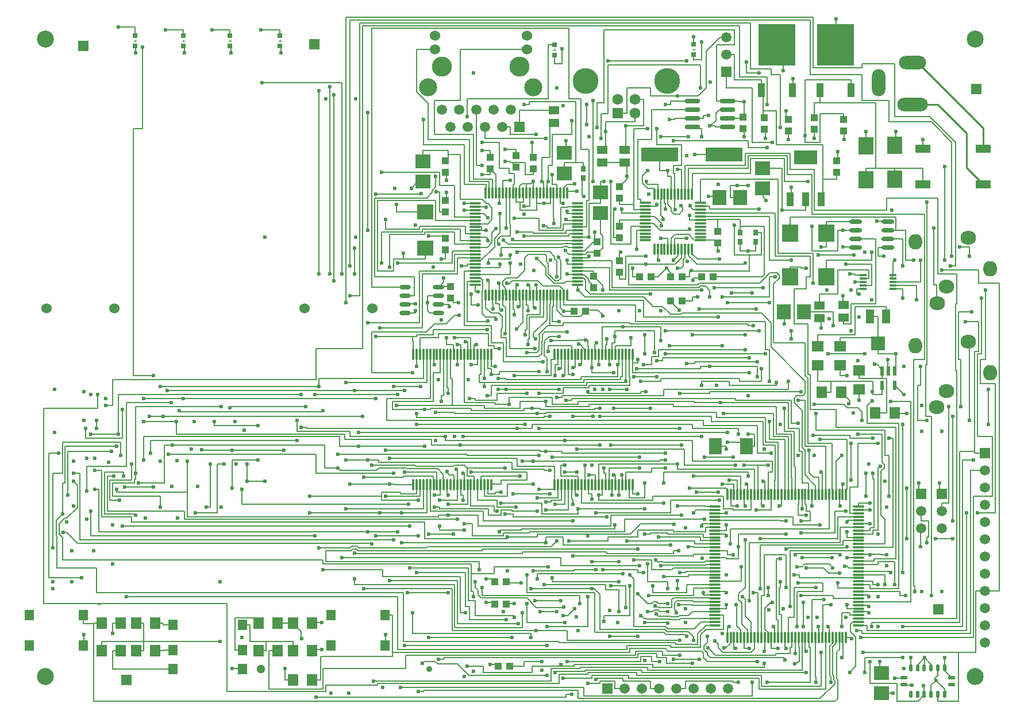
<source format=gtl>
G04 Layer_Physical_Order=1*
G04 Layer_Color=255*
%FSLAX44Y44*%
%MOMM*%
G71*
G01*
G75*
%ADD10O,0.3000X1.7000*%
%ADD11R,1.1000X1.0000*%
%ADD12R,2.2000X2.6000*%
%ADD13R,1.0000X1.1000*%
%ADD14R,1.5000X1.3000*%
%ADD15O,0.3000X1.8000*%
%ADD16O,1.8000X0.3000*%
%ADD17R,2.4000X2.6000*%
%ADD18R,1.9000X2.4000*%
%ADD19R,1.4000X1.6000*%
%ADD20O,1.0500X0.5500*%
%ADD21O,0.5500X1.0500*%
%ADD22O,1.9000X0.6000*%
%ADD23R,1.0389X0.3404*%
%ADD24R,1.3000X2.0000*%
%ADD25R,2.0000X2.0000*%
%ADD26R,2.1844X1.2700*%
%ADD27R,0.8000X0.8000*%
%ADD28R,1.6000X1.8000*%
%ADD29R,1.8000X1.6000*%
%ADD30R,0.5500X1.4500*%
%ADD31R,0.5500X1.4500*%
%ADD32R,2.0000X2.2000*%
%ADD33O,1.7000X0.6000*%
%ADD34R,2.2000X2.0000*%
%ADD35R,0.8000X0.9000*%
%ADD36R,1.4000X1.5000*%
%ADD37O,2.3000X0.7000*%
%ADD38R,5.5000X2.0000*%
%ADD39R,2.4000X2.3000*%
%ADD40R,1.1000X2.1500*%
%ADD41R,1.1000X2.1500*%
%ADD42R,3.5000X2.1500*%
%ADD43R,5.4000X6.2000*%
%ADD44R,1.0000X2.1000*%
%ADD45C,0.2540*%
%ADD46C,0.2000*%
%ADD47C,0.1000*%
%ADD48C,1.0000*%
%ADD49R,1.5000X1.5000*%
%ADD50C,1.5000*%
%ADD51R,1.5000X1.5000*%
%ADD52C,1.3000*%
%ADD53C,0.9000*%
%ADD54O,2.2860X2.0320*%
%ADD55O,2.0320X2.2860*%
%ADD56C,2.5000*%
%ADD57C,2.9500*%
%ADD58C,2.6500*%
%ADD59C,1.5000*%
%ADD60R,1.5000X1.5000*%
%ADD61C,1.5240*%
%ADD62C,3.8000*%
%ADD63C,1.6000*%
%ADD64R,1.6000X1.6000*%
%ADD65O,2.0000X4.0000*%
%ADD66O,4.0000X2.0000*%
%ADD67O,4.5000X2.0000*%
%ADD68C,0.6000*%
D10*
X541940Y282460D02*
D03*
X546940D02*
D03*
X551940D02*
D03*
X556940D02*
D03*
X561940D02*
D03*
X566940D02*
D03*
X571940D02*
D03*
X576940D02*
D03*
X581940D02*
D03*
X586940D02*
D03*
X591940D02*
D03*
X596940D02*
D03*
X601940D02*
D03*
X606940D02*
D03*
X611940D02*
D03*
X616940D02*
D03*
X621940D02*
D03*
X626940D02*
D03*
X631940D02*
D03*
X636940D02*
D03*
X641940D02*
D03*
X646940D02*
D03*
X651940D02*
D03*
X656940D02*
D03*
X541940Y474460D02*
D03*
X546940D02*
D03*
X551940D02*
D03*
X556940D02*
D03*
X561940D02*
D03*
X566940D02*
D03*
X571940D02*
D03*
X576940D02*
D03*
X581940D02*
D03*
X586940D02*
D03*
X591940D02*
D03*
X596940D02*
D03*
X601940D02*
D03*
X606940D02*
D03*
X611940D02*
D03*
X616940D02*
D03*
X621940D02*
D03*
X626940D02*
D03*
X631940D02*
D03*
X636940D02*
D03*
X641940D02*
D03*
X646940D02*
D03*
X651940D02*
D03*
X656940D02*
D03*
X865220Y474459D02*
D03*
X860220D02*
D03*
X855220D02*
D03*
X850220D02*
D03*
X845220D02*
D03*
X840220D02*
D03*
X835220D02*
D03*
X830220D02*
D03*
X825220D02*
D03*
X820220D02*
D03*
X815220D02*
D03*
X810220D02*
D03*
X805220D02*
D03*
X800220D02*
D03*
X795220D02*
D03*
X790220D02*
D03*
X785220D02*
D03*
X780220D02*
D03*
X775220D02*
D03*
X770220D02*
D03*
X765220D02*
D03*
X760220D02*
D03*
X755220D02*
D03*
X750220D02*
D03*
X865220Y282460D02*
D03*
X860220D02*
D03*
X855220D02*
D03*
X850220D02*
D03*
X845220D02*
D03*
X840220D02*
D03*
X835220D02*
D03*
X830220D02*
D03*
X825220D02*
D03*
X820220D02*
D03*
X815220D02*
D03*
X810220D02*
D03*
X805220D02*
D03*
X800220D02*
D03*
X795220D02*
D03*
X790220D02*
D03*
X785220D02*
D03*
X780220D02*
D03*
X775220D02*
D03*
X770220D02*
D03*
X765220D02*
D03*
X760220D02*
D03*
X755220D02*
D03*
X750220D02*
D03*
D11*
X778900Y538480D02*
D03*
X795900D02*
D03*
X667300Y15080D02*
D03*
X684300D02*
D03*
X679220Y139540D02*
D03*
X662220D02*
D03*
X679220Y106520D02*
D03*
X662220D02*
D03*
X875580Y589120D02*
D03*
X892580D02*
D03*
X938300D02*
D03*
X921300D02*
D03*
X938300Y553560D02*
D03*
X921300D02*
D03*
X983860Y589280D02*
D03*
X966860D02*
D03*
D12*
X1251660Y732680D02*
D03*
Y782680D02*
D03*
X1208640Y782520D02*
D03*
Y732520D02*
D03*
D13*
X807720Y590160D02*
D03*
Y573160D02*
D03*
X693580Y750800D02*
D03*
Y767800D02*
D03*
X845980Y705080D02*
D03*
Y722080D02*
D03*
Y663660D02*
D03*
Y646660D02*
D03*
X589440Y743180D02*
D03*
Y760180D02*
D03*
X596900Y557920D02*
D03*
Y574920D02*
D03*
X718980Y765260D02*
D03*
Y748260D02*
D03*
X589440Y628880D02*
D03*
Y645880D02*
D03*
Y684760D02*
D03*
Y701760D02*
D03*
X655480Y765260D02*
D03*
Y748260D02*
D03*
X812960Y623800D02*
D03*
Y640800D02*
D03*
X1027460Y824480D02*
D03*
Y807480D02*
D03*
X845980Y595860D02*
D03*
Y612860D02*
D03*
X990760Y656040D02*
D03*
Y639040D02*
D03*
X1176000Y820855D02*
D03*
Y803856D02*
D03*
X1094720D02*
D03*
Y820855D02*
D03*
X1059180Y823840D02*
D03*
Y806840D02*
D03*
X1132840Y823840D02*
D03*
Y806840D02*
D03*
X1165860Y743340D02*
D03*
Y760340D02*
D03*
D14*
X749300Y835000D02*
D03*
Y816000D02*
D03*
X1176020Y547980D02*
D03*
Y528980D02*
D03*
X820580Y757420D02*
D03*
Y776420D02*
D03*
X853600D02*
D03*
Y757420D02*
D03*
X1140818Y527814D02*
D03*
Y546814D02*
D03*
D15*
X648820Y712880D02*
D03*
X653820D02*
D03*
X658820D02*
D03*
X663820D02*
D03*
X668820D02*
D03*
X673820D02*
D03*
X678820D02*
D03*
X683820D02*
D03*
X688820D02*
D03*
X693820D02*
D03*
X698820D02*
D03*
X703820D02*
D03*
X708820D02*
D03*
X713820D02*
D03*
X718820D02*
D03*
X723820D02*
D03*
X728820D02*
D03*
X733820D02*
D03*
X738820D02*
D03*
X743820D02*
D03*
X748820D02*
D03*
X753820D02*
D03*
X758820D02*
D03*
X763820D02*
D03*
X768820D02*
D03*
Y561880D02*
D03*
X763820D02*
D03*
X758820D02*
D03*
X753820D02*
D03*
X748820D02*
D03*
X743820D02*
D03*
X738820D02*
D03*
X733820D02*
D03*
X728820D02*
D03*
X723820D02*
D03*
X718820D02*
D03*
X713820D02*
D03*
X708820D02*
D03*
X703820D02*
D03*
X698820D02*
D03*
X693820D02*
D03*
X688820D02*
D03*
X683820D02*
D03*
X678820D02*
D03*
X673820D02*
D03*
X668820D02*
D03*
X663820D02*
D03*
X658820D02*
D03*
X653820D02*
D03*
X648820D02*
D03*
X1004700Y268060D02*
D03*
X1009700D02*
D03*
X1014700D02*
D03*
X1019700D02*
D03*
X1024700D02*
D03*
X1029700D02*
D03*
X1034700D02*
D03*
X1039700D02*
D03*
X1044700D02*
D03*
X1049700D02*
D03*
X1054700D02*
D03*
X1059700D02*
D03*
X1064700D02*
D03*
X1069700D02*
D03*
X1074700D02*
D03*
X1079700D02*
D03*
X1084700D02*
D03*
X1089700D02*
D03*
X1094700D02*
D03*
X1099700D02*
D03*
X1104700D02*
D03*
X1109700D02*
D03*
X1114700D02*
D03*
X1119700D02*
D03*
X1124700D02*
D03*
X1129700D02*
D03*
X1134700D02*
D03*
X1139700D02*
D03*
X1144700D02*
D03*
X1149700D02*
D03*
X1154700D02*
D03*
X1159700D02*
D03*
X1164700D02*
D03*
X1169700D02*
D03*
X1174700D02*
D03*
X1179700D02*
D03*
Y57060D02*
D03*
X1174700D02*
D03*
X1169700D02*
D03*
X1164700D02*
D03*
X1159700D02*
D03*
X1154700D02*
D03*
X1149700D02*
D03*
X1144700D02*
D03*
X1139700D02*
D03*
X1134700D02*
D03*
X1129700D02*
D03*
X1124700D02*
D03*
X1119700D02*
D03*
X1114700D02*
D03*
X1109700D02*
D03*
X1104700D02*
D03*
X1099700D02*
D03*
X1094700D02*
D03*
X1089700D02*
D03*
X1084700D02*
D03*
X1079700D02*
D03*
X1074700D02*
D03*
X1069700D02*
D03*
X1064700D02*
D03*
X1059700D02*
D03*
X1054700D02*
D03*
X1049700D02*
D03*
X1044700D02*
D03*
X1039700D02*
D03*
X1034700D02*
D03*
X1029700D02*
D03*
X1024700D02*
D03*
X1019700D02*
D03*
X1014700D02*
D03*
X1009700D02*
D03*
X1004700D02*
D03*
X897220Y629900D02*
D03*
X902220D02*
D03*
X907220D02*
D03*
X912220D02*
D03*
X917220D02*
D03*
X922220D02*
D03*
X927220D02*
D03*
X932220D02*
D03*
X937220D02*
D03*
X942220D02*
D03*
X947220D02*
D03*
X952220D02*
D03*
Y710900D02*
D03*
X947220D02*
D03*
X942220D02*
D03*
X937220D02*
D03*
X932220D02*
D03*
X927220D02*
D03*
X922220D02*
D03*
X917220D02*
D03*
X912220D02*
D03*
X907220D02*
D03*
X902220D02*
D03*
X897220D02*
D03*
D16*
X784320Y697380D02*
D03*
Y692380D02*
D03*
Y687380D02*
D03*
Y682380D02*
D03*
Y677380D02*
D03*
Y672380D02*
D03*
Y667380D02*
D03*
Y662380D02*
D03*
Y657380D02*
D03*
Y652380D02*
D03*
Y647380D02*
D03*
Y642380D02*
D03*
Y637380D02*
D03*
Y632380D02*
D03*
Y627380D02*
D03*
Y622380D02*
D03*
Y617380D02*
D03*
Y612380D02*
D03*
Y607380D02*
D03*
Y602380D02*
D03*
Y597380D02*
D03*
Y592380D02*
D03*
Y587380D02*
D03*
Y582380D02*
D03*
Y577380D02*
D03*
X633320D02*
D03*
Y582380D02*
D03*
Y587380D02*
D03*
Y592380D02*
D03*
Y597380D02*
D03*
Y602380D02*
D03*
Y607380D02*
D03*
Y612380D02*
D03*
Y617380D02*
D03*
Y622380D02*
D03*
Y627380D02*
D03*
Y632380D02*
D03*
Y637380D02*
D03*
Y642380D02*
D03*
Y647380D02*
D03*
Y652380D02*
D03*
Y657380D02*
D03*
Y662380D02*
D03*
Y667380D02*
D03*
Y672380D02*
D03*
Y677380D02*
D03*
Y682380D02*
D03*
Y687380D02*
D03*
Y692380D02*
D03*
Y697380D02*
D03*
X1197700Y250060D02*
D03*
Y245060D02*
D03*
Y240060D02*
D03*
Y235060D02*
D03*
Y230060D02*
D03*
Y225060D02*
D03*
Y220060D02*
D03*
Y215060D02*
D03*
Y210060D02*
D03*
Y205060D02*
D03*
Y200060D02*
D03*
Y195060D02*
D03*
Y190060D02*
D03*
Y185060D02*
D03*
Y180060D02*
D03*
Y175060D02*
D03*
Y170060D02*
D03*
Y165060D02*
D03*
Y160060D02*
D03*
Y155060D02*
D03*
Y150060D02*
D03*
Y145060D02*
D03*
Y140060D02*
D03*
Y135060D02*
D03*
Y130060D02*
D03*
Y125060D02*
D03*
Y120060D02*
D03*
Y115060D02*
D03*
Y110060D02*
D03*
Y105060D02*
D03*
Y100060D02*
D03*
Y95060D02*
D03*
Y90060D02*
D03*
Y85060D02*
D03*
Y80060D02*
D03*
Y75060D02*
D03*
X986700D02*
D03*
Y80060D02*
D03*
Y85060D02*
D03*
Y90060D02*
D03*
Y95060D02*
D03*
Y100060D02*
D03*
Y105060D02*
D03*
Y110060D02*
D03*
Y115060D02*
D03*
Y120060D02*
D03*
Y125060D02*
D03*
Y130060D02*
D03*
Y135060D02*
D03*
Y140060D02*
D03*
Y145060D02*
D03*
Y150060D02*
D03*
Y155060D02*
D03*
Y160060D02*
D03*
Y165060D02*
D03*
Y170060D02*
D03*
Y175060D02*
D03*
Y180060D02*
D03*
Y185060D02*
D03*
Y190060D02*
D03*
Y195060D02*
D03*
Y200060D02*
D03*
Y205060D02*
D03*
Y210060D02*
D03*
Y215060D02*
D03*
Y220060D02*
D03*
Y225060D02*
D03*
Y230060D02*
D03*
Y235060D02*
D03*
Y240060D02*
D03*
Y245060D02*
D03*
Y250060D02*
D03*
X884220Y697900D02*
D03*
Y692900D02*
D03*
Y687900D02*
D03*
Y682900D02*
D03*
Y677900D02*
D03*
Y672900D02*
D03*
Y667900D02*
D03*
Y662900D02*
D03*
Y657900D02*
D03*
Y652900D02*
D03*
Y647900D02*
D03*
Y642900D02*
D03*
X965220D02*
D03*
Y647900D02*
D03*
Y652900D02*
D03*
Y657900D02*
D03*
Y662900D02*
D03*
Y667900D02*
D03*
Y672900D02*
D03*
Y677900D02*
D03*
Y682900D02*
D03*
Y687900D02*
D03*
Y692900D02*
D03*
Y697900D02*
D03*
D17*
X1150978Y653134D02*
D03*
Y589134D02*
D03*
X1097638Y653134D02*
D03*
Y589134D02*
D03*
D18*
X987520Y338940D02*
D03*
X1032520D02*
D03*
D19*
X-23960Y90560D02*
D03*
Y45560D02*
D03*
X56040D02*
D03*
Y90560D02*
D03*
X500540D02*
D03*
Y45560D02*
D03*
X420540D02*
D03*
Y90560D02*
D03*
D20*
X1264574Y-12074D02*
D03*
Y-2074D02*
D03*
X1335075D02*
D03*
Y-12074D02*
D03*
D21*
X1274824Y12676D02*
D03*
X1284824D02*
D03*
X1294824D02*
D03*
X1304825D02*
D03*
X1314825D02*
D03*
X1324825D02*
D03*
Y-26824D02*
D03*
X1314825D02*
D03*
X1304825D02*
D03*
X1294824D02*
D03*
X1284824D02*
D03*
X1274824D02*
D03*
D22*
X1193798Y670584D02*
D03*
Y657884D02*
D03*
Y645184D02*
D03*
Y632484D02*
D03*
X1240798Y670584D02*
D03*
Y657884D02*
D03*
Y645184D02*
D03*
Y632484D02*
D03*
D23*
X1204498Y591214D02*
D03*
Y586210D02*
D03*
Y581206D02*
D03*
Y576203D02*
D03*
Y571199D02*
D03*
X1248491D02*
D03*
Y576203D02*
D03*
Y581206D02*
D03*
Y586210D02*
D03*
Y591214D02*
D03*
D24*
X1238320Y530540D02*
D03*
X1215320D02*
D03*
D25*
X1226820Y490540D02*
D03*
D26*
X1292460Y777840D02*
D03*
Y725770D02*
D03*
X1381360D02*
D03*
Y777840D02*
D03*
D27*
X955200Y931900D02*
D03*
Y916900D02*
D03*
X749780Y916160D02*
D03*
Y931160D02*
D03*
X132240Y929600D02*
D03*
Y944600D02*
D03*
X345600D02*
D03*
Y929600D02*
D03*
X271940Y944600D02*
D03*
Y929600D02*
D03*
X203360Y944600D02*
D03*
Y929600D02*
D03*
D28*
X1172240Y419100D02*
D03*
X1144240D02*
D03*
X1250980Y388620D02*
D03*
X1222980D02*
D03*
X392620Y78580D02*
D03*
X364620D02*
D03*
X161480Y37940D02*
D03*
X133480D02*
D03*
X110680D02*
D03*
X82680D02*
D03*
X313820Y78580D02*
D03*
X341820D02*
D03*
X161480Y78580D02*
D03*
X133480D02*
D03*
X392620Y37940D02*
D03*
X364620D02*
D03*
X82680Y78580D02*
D03*
X110680D02*
D03*
X392620Y-5239D02*
D03*
X364620D02*
D03*
X341820Y37940D02*
D03*
X313820D02*
D03*
D29*
X1137920Y486440D02*
D03*
Y458440D02*
D03*
X1170940Y486440D02*
D03*
Y458440D02*
D03*
X1198880Y450880D02*
D03*
Y422880D02*
D03*
D30*
X1251560Y450170D02*
D03*
D31*
X1242060D02*
D03*
X1232560D02*
D03*
Y428670D02*
D03*
X1251560D02*
D03*
D32*
X1087718Y537314D02*
D03*
X1117718D02*
D03*
X1023540Y705960D02*
D03*
X993540D02*
D03*
D33*
X579340Y535750D02*
D03*
Y548450D02*
D03*
Y561150D02*
D03*
Y573850D02*
D03*
X530340Y535750D02*
D03*
Y548450D02*
D03*
Y561150D02*
D03*
Y573850D02*
D03*
D34*
X764700Y741760D02*
D03*
Y771760D02*
D03*
X556260Y759220D02*
D03*
Y729220D02*
D03*
X818040Y713340D02*
D03*
Y683340D02*
D03*
X1056640Y749060D02*
D03*
Y719060D02*
D03*
X1231899Y4840D02*
D03*
Y-25160D02*
D03*
D35*
X792640Y734520D02*
D03*
Y748520D02*
D03*
X1046640Y640540D02*
D03*
Y654540D02*
D03*
X1023780Y640540D02*
D03*
Y654540D02*
D03*
D36*
X290120Y39040D02*
D03*
Y76040D02*
D03*
Y11040D02*
D03*
X188120Y39040D02*
D03*
Y11040D02*
D03*
Y76040D02*
D03*
D37*
X1004700Y809630D02*
D03*
Y822330D02*
D03*
Y835030D02*
D03*
Y847730D02*
D03*
X953700Y809630D02*
D03*
Y822330D02*
D03*
Y835030D02*
D03*
Y847730D02*
D03*
D38*
X1000160Y769460D02*
D03*
X905160D02*
D03*
D39*
X559380Y631820D02*
D03*
Y684820D02*
D03*
D40*
X1097140Y703060D02*
D03*
X1143140D02*
D03*
D41*
X1120140D02*
D03*
D42*
Y765060D02*
D03*
D43*
X1163980Y931450D02*
D03*
X1077620D02*
D03*
D44*
X1186830Y863950D02*
D03*
X1141130D02*
D03*
X1054770D02*
D03*
X1100470D02*
D03*
D45*
X1381360Y777840D02*
Y808640D01*
X1287780Y902220D02*
X1381360Y808640D01*
X1287780Y902220D02*
Y905280D01*
X1290280Y843280D02*
X1314720D01*
X1357135Y800865D01*
Y749995D02*
Y800865D01*
Y749995D02*
X1381360Y725770D01*
D46*
X1248000Y586701D02*
Y591390D01*
Y586701D02*
X1248491Y586210D01*
X1248491Y591390D02*
Y610746D01*
Y591214D02*
Y591390D01*
Y610746D02*
X1251135Y613390D01*
X1304825Y-26192D02*
Y-13175D01*
Y-26824D02*
Y-26192D01*
Y-13175D02*
X1312000Y-6000D01*
X1324825Y-18825D01*
X1324825Y-26824D02*
Y-18825D01*
X1310000Y-4000D02*
X1312000Y-6000D01*
X1310000Y-3743D02*
X1314825Y1081D01*
X1310000Y-4000D02*
Y-3743D01*
X1294000Y-14000D02*
X1294278Y-13722D01*
X1294386D01*
X1294824Y-14160D01*
Y-27456D02*
Y-14160D01*
X1285672Y-36609D02*
X1294824Y-27456D01*
X1255135Y-36609D02*
X1285672D01*
X1304825Y12676D02*
X1305135D01*
X1304825D02*
Y17701D01*
X1295135Y27391D02*
X1304825Y17701D01*
X1295135Y12676D02*
Y27391D01*
X1284824Y17081D02*
X1295135Y27391D01*
X1284824Y12676D02*
X1285135D01*
X1284824D02*
Y17081D01*
X1205135Y35391D02*
X1345135D01*
X1314825Y1081D02*
Y12676D01*
X1325135Y7866D02*
X1335074Y-2074D01*
Y-2609D02*
Y-2074D01*
X1324825Y12676D02*
X1325135D01*
Y7866D02*
Y12366D01*
X1324825Y12676D02*
X1325135Y12366D01*
X1304825Y-26824D02*
Y-26192D01*
X1146609Y159391D02*
X1154000Y152000D01*
X1170000D01*
X1121135Y159391D02*
X1146609D01*
X1178000Y162000D02*
X1178256Y162256D01*
X1181135D01*
X1183331Y160060D01*
X1190200D01*
X1114650Y161391D02*
X1118650Y165391D01*
X1107135Y161391D02*
X1114650D01*
X1154609Y165391D02*
X1160000Y160000D01*
X1118650Y165391D02*
X1154609D01*
X1111135Y145060D02*
X1190200D01*
X1111135D02*
Y149391D01*
X1103135D02*
X1111135D01*
X1231135Y237391D02*
Y302650D01*
Y237391D02*
X1237135Y231391D01*
X1231135Y302650D02*
X1236000Y307515D01*
X1233135Y315350D02*
Y357391D01*
Y315350D02*
X1236000Y312485D01*
Y307515D02*
Y312485D01*
X1229744Y310000D02*
X1230000D01*
X1227135Y307391D02*
X1229744Y310000D01*
X1211135Y399135D02*
X1218000Y406000D01*
X1211135Y373391D02*
Y399135D01*
X1185135Y403135D02*
Y406205D01*
X1172240Y419100D02*
X1185135Y406205D01*
X1184000Y402000D02*
X1185135Y403135D01*
X1181515Y396000D02*
X1197266D01*
X1203135Y390131D01*
X1176124Y401391D02*
X1181515Y396000D01*
X1203135Y377391D02*
Y390131D01*
X1133135Y401391D02*
X1176124D01*
X970485Y168000D02*
X972545Y170060D01*
X911012Y168000D02*
X970485D01*
X909621Y169391D02*
X911012Y168000D01*
X904650Y169391D02*
X909621D01*
X903259Y168000D02*
X904650Y169391D01*
X902527Y168000D02*
X903259D01*
X972545Y170060D02*
X979200D01*
X899136Y171391D02*
X902527Y168000D01*
X979140Y160000D02*
X979200Y160060D01*
X972142Y164000D02*
X973202Y165060D01*
X907745Y164000D02*
X972142D01*
X925744Y160000D02*
X979140D01*
X923136Y157391D02*
X925744Y160000D01*
X973202Y165060D02*
X979200D01*
X907136Y163391D02*
X907745Y164000D01*
X943136Y155060D02*
X979200D01*
X943136Y153391D02*
Y155060D01*
X947135Y150060D02*
X979200D01*
X947135Y147391D02*
Y150060D01*
X893136Y157391D02*
X923136D01*
X893136D02*
Y171391D01*
X867136D02*
X893136D01*
X955135Y180060D02*
X979200D01*
X1003135Y173391D02*
X1021135D01*
X1003135D02*
Y175060D01*
X994200D02*
X1003135D01*
X1104000Y18000D02*
X1105744D01*
X1109135Y21391D01*
X1111135D01*
Y43391D01*
X1109700D02*
X1111135D01*
X1090000Y24000D02*
Y25744D01*
X1088352Y27391D02*
X1090000Y25744D01*
X979479Y27391D02*
X1088352D01*
X1119135Y296612D02*
X1134700Y281048D01*
X1119135Y296612D02*
Y333734D01*
X1125135Y300522D02*
X1132266Y293391D01*
X1139638D01*
X1125135Y300522D02*
Y333391D01*
X1134700Y275560D02*
Y281048D01*
X1115135Y337734D02*
X1119135Y333734D01*
X1115135Y337734D02*
Y391391D01*
X1103135Y403391D02*
X1115135Y391391D01*
X1103135Y403391D02*
Y409876D01*
X1106650Y413391D01*
X1115620D01*
X1119135Y416905D01*
Y435391D01*
X1069135Y485391D02*
X1119135Y435391D01*
X1069135Y485391D02*
Y521047D01*
X1054792Y535390D02*
X1069135Y521047D01*
X937876Y535390D02*
X1054792D01*
X936485Y534000D02*
X937876Y535390D01*
X921011Y534000D02*
X936485D01*
X909621Y545390D02*
X921011Y534000D01*
X895782Y545390D02*
X909621D01*
X881782Y559390D02*
X895782Y545390D01*
X795136Y559390D02*
X881782D01*
X785136Y569390D02*
X795136Y559390D01*
X1164700Y275560D02*
Y316956D01*
X1173135Y325391D01*
X1181135Y275560D02*
Y349391D01*
X1187135Y289391D02*
Y343391D01*
X1179700Y275560D02*
X1181135D01*
X1141135Y349391D02*
X1181135D01*
X1084700Y251391D02*
Y260560D01*
X655480Y748260D02*
X663820Y739920D01*
Y731999D02*
Y739920D01*
Y731999D02*
Y739390D01*
Y720380D02*
Y731999D01*
X718820Y729074D02*
Y729390D01*
X702000Y725999D02*
X708820D01*
X698820Y722819D02*
X702000Y725999D01*
X698820Y712880D02*
Y722819D01*
X718820Y720380D02*
Y729074D01*
X719136Y729390D01*
X715744Y725999D02*
X718820Y729074D01*
X708820Y720380D02*
Y725999D01*
X715744D01*
X272000Y396000D02*
Y396082D01*
X273309Y397391D01*
X383137D01*
X198528Y390000D02*
X407746D01*
X409137Y391391D01*
X197137D02*
X198528Y390000D01*
X230000Y333401D02*
Y334000D01*
Y333401D02*
X230011Y333391D01*
X275137D01*
X987998Y830000D02*
X993028Y835030D01*
X987998Y819388D02*
Y830000D01*
X993028Y835030D02*
X1004700D01*
X980000Y811390D02*
X987998Y819388D01*
X980000Y811390D02*
X987135D01*
X979135D02*
X980000D01*
X962000Y855390D02*
X974000Y867390D01*
X931135Y855390D02*
X962000D01*
X974000Y867390D02*
Y893998D01*
X965135Y867390D02*
Y901390D01*
X829136D02*
X965135D01*
X829136Y829390D02*
Y901390D01*
X819136Y829390D02*
X829136D01*
X974000Y893998D02*
Y921911D01*
X994268Y942179D01*
X1003460D01*
X921300Y589120D02*
Y595226D01*
X915136Y601390D02*
X921300Y595226D01*
X940000Y605075D02*
Y614485D01*
X936316Y601390D02*
X940000Y605075D01*
X931135Y601390D02*
X936316D01*
X936000Y615769D02*
Y616142D01*
X927621Y607390D02*
X936000Y615769D01*
X885136Y607390D02*
X927621D01*
X925135Y613390D02*
X932220Y620475D01*
Y622400D01*
X937220Y617362D02*
Y622400D01*
X936000Y616142D02*
X937220Y617362D01*
X942220Y616705D02*
Y622400D01*
X940000Y614485D02*
X942220Y616705D01*
X979135Y559390D02*
Y568865D01*
X972610Y575390D02*
X979135Y568865D01*
X964650Y575390D02*
X972610D01*
X962650Y573390D02*
X964650Y575390D01*
X835136Y573390D02*
X962650D01*
X835136D02*
Y612380D01*
X791820D02*
X835136D01*
X954000Y584000D02*
Y586255D01*
X955135Y587390D01*
X949136Y589120D02*
Y597390D01*
X938300Y589120D02*
X949136D01*
X831136Y569390D02*
X967135D01*
X949136Y597390D02*
X1037135D01*
Y621390D01*
X966860Y587390D02*
Y589280D01*
X955135Y587390D02*
X966860D01*
X921300Y552700D02*
X934000Y540000D01*
X921300Y552700D02*
Y553560D01*
X926000Y224000D02*
Y224181D01*
X924790Y225391D02*
X926000Y224181D01*
X877479Y225391D02*
X924790D01*
X861479Y209391D02*
X877479Y225391D01*
X799136Y209391D02*
X861479D01*
X853136Y231391D02*
X971135D01*
X853136Y213391D02*
Y231391D01*
X713136Y213391D02*
X853136D01*
X713136Y211391D02*
Y213391D01*
X867136Y73391D02*
Y143391D01*
X861136Y149391D02*
X867136Y143391D01*
X917327Y70000D02*
X955940D01*
X966000Y80060D02*
X979200D01*
X955940Y70000D02*
X966000Y80060D01*
X913935Y73391D02*
X917327Y70000D01*
X867136Y73391D02*
X913935D01*
X817136Y69391D02*
Y121048D01*
X808793Y129391D02*
X817136Y121048D01*
X805136Y129391D02*
X808793D01*
X915670Y66000D02*
X947012D01*
X912279Y69391D02*
X915670Y66000D01*
X955135Y53391D02*
Y57877D01*
X947012Y66000D02*
X955135Y57877D01*
X817136Y69391D02*
X912279D01*
X914013Y62000D02*
X942527D01*
X910622Y65391D02*
X914013Y62000D01*
X942527D02*
X945135Y59391D01*
X809136Y65391D02*
X910622D01*
X809136D02*
Y123391D01*
X709136D02*
X809136D01*
X709136D02*
Y149391D01*
X917029Y79391D02*
X918000D01*
X883136D02*
X917029D01*
X877136Y89391D02*
X878000D01*
X882000Y85391D01*
X914544Y84783D02*
X919515D01*
X886230D02*
X914544D01*
X882000Y85391D02*
X885621D01*
X886230Y84783D01*
X919515D02*
X920297Y84000D01*
X934142D01*
X935533Y85391D01*
X978869D01*
X932485Y88000D02*
X933876Y89391D01*
X921954Y88000D02*
X932485D01*
X930650Y111391D02*
X953804D01*
X925479Y115391D02*
X978869D01*
X889136Y119391D02*
X955135D01*
X895136Y123391D02*
X945135D01*
X911136Y147391D02*
X947135D01*
X933876Y89391D02*
X947467D01*
X921172Y88783D02*
X921954Y88000D01*
X903215Y88783D02*
X921172D01*
X929136Y47391D02*
X961135D01*
X921135Y43391D02*
X965135D01*
X899998Y92000D02*
X903215Y88783D01*
X887136Y107391D02*
X892904D01*
X873136Y121391D02*
X887136Y107391D01*
X899998Y102000D02*
X904140D01*
X897998Y104000D02*
X899998Y102000D01*
X904749Y101391D02*
X922904D01*
X904140Y102000D02*
X904749Y101391D01*
X905092Y95391D02*
X917136D01*
X902484Y98000D02*
X905092Y95391D01*
X897513Y98000D02*
X902484D01*
X894904Y95391D02*
X897513Y98000D01*
X887136Y95391D02*
X894904D01*
X903092Y107391D02*
X917136D01*
X900483Y110000D02*
X903092Y107391D01*
X895513Y110000D02*
X900483D01*
X892904Y107391D02*
X895513Y110000D01*
X930000Y94000D02*
Y95998D01*
X927998Y98000D02*
X930000Y95998D01*
X978869Y85391D02*
X979200Y85060D01*
X947467Y89391D02*
X953136Y95060D01*
X927135Y98821D02*
X927957Y98000D01*
X927998D01*
X927135Y98821D02*
Y107877D01*
X953804Y111391D02*
X955135Y110060D01*
X927135Y107877D02*
X930650Y111391D01*
X978869Y115391D02*
X979200Y115060D01*
X923136Y113048D02*
X925479Y115391D01*
X923136Y101622D02*
Y113048D01*
X922904Y101391D02*
X923136Y101622D01*
X961135Y62870D02*
X973326Y75060D01*
X979200D01*
X961135Y47391D02*
Y62870D01*
X965135Y61213D02*
X973314Y69391D01*
X965135Y43391D02*
Y61213D01*
X973314Y69391D02*
X999135D01*
X592000Y300527D02*
Y302000D01*
Y300527D02*
X595136Y297391D01*
X431137Y327391D02*
X621136D01*
X595136Y297391D02*
X601940D01*
Y289460D02*
Y297391D01*
X377137Y56280D02*
X377416Y56000D01*
X378000D01*
X377137Y56280D02*
Y66064D01*
X364620Y78580D02*
X377137Y66064D01*
X1174700Y275560D02*
Y283391D01*
X1004700Y64560D02*
Y73391D01*
X955135Y241391D02*
X958805Y245060D01*
X986700D01*
X1017998Y106000D02*
X1018434Y105564D01*
Y74436D02*
Y105564D01*
Y74436D02*
X1024700Y68170D01*
X1021999Y112001D02*
X1026000Y108000D01*
Y76870D02*
X1034700Y68170D01*
X1026000Y76870D02*
Y108000D01*
X1031135Y88906D02*
Y108906D01*
Y88906D02*
X1039700Y80341D01*
X1031135Y108906D02*
Y113391D01*
X1024700Y64560D02*
Y68170D01*
X1021135Y112865D02*
X1021999Y112001D01*
X661136Y243391D02*
Y251391D01*
X669136Y215391D02*
X701136D01*
X1027135Y117391D02*
X1031135Y113391D01*
X1039700Y64560D02*
Y80341D01*
X1034700Y64560D02*
Y68170D01*
X1021135Y112865D02*
Y121391D01*
X1031135Y131391D01*
Y201391D01*
X1044637Y40408D02*
Y49498D01*
X1044700Y49560D01*
X998123Y35391D02*
X1039621D01*
X1044637Y40408D01*
X986000Y52000D02*
X991135Y46865D01*
Y42379D02*
Y46865D01*
Y42379D02*
X998123Y35391D01*
X1075135Y31391D02*
X1077135Y33391D01*
X987121Y31391D02*
X1075135D01*
X976512Y42000D02*
X987121Y31391D01*
X976000Y42000D02*
X976512D01*
X970000Y44485D02*
X975135Y49621D01*
X970000Y39515D02*
X975135Y34379D01*
Y49621D02*
Y59391D01*
Y31734D02*
Y34379D01*
Y31734D02*
X979479Y27391D01*
X975479Y21391D02*
X1049135D01*
X969136Y27734D02*
X975479Y21391D01*
X969136Y27734D02*
Y34722D01*
X917136Y37391D02*
X966467D01*
X913136Y41391D02*
X917136Y37391D01*
X966467D02*
X969136Y34722D01*
X970000Y39515D02*
Y44485D01*
X1009700Y49228D02*
Y49560D01*
X1001863Y41391D02*
X1009700Y49228D01*
X1000609Y41391D02*
X1001863D01*
X1000000Y42000D02*
X1000609Y41391D01*
X1097135Y33391D02*
Y43391D01*
X1077135Y33391D02*
X1097135D01*
Y43391D02*
X1099638D01*
Y49560D02*
X1099700D01*
X1099638Y43391D02*
Y49560D01*
X769391Y89391D02*
X780000Y100000D01*
X763136Y89391D02*
X769391D01*
X637136Y119734D02*
Y127391D01*
X633136Y131391D02*
X637136Y127391D01*
X641479Y115391D02*
X709621D01*
X637136Y119734D02*
X641479Y115391D01*
X715136Y108906D02*
Y109876D01*
X709621Y115391D02*
X715136Y109876D01*
X763998Y101471D02*
Y102000D01*
X763919Y101391D02*
X763998Y101471D01*
X722651Y101391D02*
X763919D01*
X715136Y108906D02*
X722651Y101391D01*
X927220Y688780D02*
Y703400D01*
Y688780D02*
X928000Y688000D01*
X922000Y685515D02*
Y690610D01*
X917220Y695390D02*
X922000Y690610D01*
X926125Y681390D02*
X933621D01*
X922000Y685515D02*
X926125Y681390D01*
X936000Y694000D02*
X939136Y690864D01*
Y686905D02*
Y690864D01*
X933621Y681390D02*
X939136Y686905D01*
X820580Y757420D02*
X853600D01*
X887479Y719390D02*
X896230D01*
X897220Y718400D01*
X880000Y738254D02*
X887136Y745390D01*
X880000Y726869D02*
Y738254D01*
Y726869D02*
X887479Y719390D01*
X886000Y726526D02*
Y730000D01*
Y726526D02*
X887136Y725390D01*
X902220Y718400D02*
Y725390D01*
X887136D02*
X902220D01*
X897615Y677900D02*
X908000Y667515D01*
X891720Y677900D02*
X897615D01*
X908000Y664000D02*
Y667515D01*
X910000Y674000D02*
Y676526D01*
X907136Y679390D02*
X910000Y676526D01*
X907136Y679390D02*
Y703400D01*
X907220D01*
X917220Y695390D02*
Y703400D01*
X913136Y689390D02*
Y697390D01*
X895615Y667900D02*
X905515Y658000D01*
X891720Y667900D02*
X895615D01*
X905515Y658000D02*
X947745D01*
X949136Y659390D01*
X950000Y692271D02*
Y694000D01*
Y692271D02*
X954371Y687900D01*
X957720D01*
X1056640Y719060D02*
X1057135Y718565D01*
Y706865D02*
Y718565D01*
Y706865D02*
X1062000Y702000D01*
X986900Y642900D02*
X990760Y639040D01*
X965220Y642900D02*
X986900D01*
X990760Y627766D02*
X991135Y627390D01*
X990760Y627766D02*
Y639040D01*
X845980Y612860D02*
Y625390D01*
X902865Y589120D02*
X915136Y601390D01*
X892580Y589120D02*
X902865D01*
X681146Y637380D02*
X761238D01*
X675136Y643390D02*
X681146Y637380D01*
X761858Y638000D02*
X776200D01*
X776820Y637380D01*
X766000Y628000D02*
X771620Y622380D01*
X761238Y637380D02*
X761858Y638000D01*
X770106Y632380D02*
X776820D01*
X768485Y634000D02*
X770106Y632380D01*
X763515Y634000D02*
X768485D01*
X761895Y632380D02*
X763515Y634000D01*
X671475Y632380D02*
X761895D01*
X743011Y626000D02*
X750000Y619011D01*
Y615515D02*
Y619011D01*
Y615515D02*
X753136Y612379D01*
Y589390D02*
Y612379D01*
X633320Y567390D02*
Y577380D01*
X1091135Y189391D02*
X1181135D01*
X87137Y239391D02*
X133137D01*
X633136Y89391D02*
X691136D01*
X621877Y481460D02*
Y493391D01*
X784320Y569390D02*
Y577380D01*
X737136Y591248D02*
X748994Y579390D01*
X764146D01*
X737136Y591248D02*
Y602864D01*
X764146Y579390D02*
X767136Y582380D01*
X695136Y625390D02*
X695746Y626000D01*
X743011D01*
X724000Y616000D02*
X737136Y602864D01*
X640901Y602299D02*
X669435D01*
X640820Y602380D02*
X640901Y602299D01*
X670000Y602864D02*
Y608000D01*
X669435Y602299D02*
X670000Y602864D01*
X653136Y615390D02*
X685136D01*
X653136Y609390D02*
Y615390D01*
X685136D02*
Y621390D01*
X671136D02*
Y632041D01*
X688000Y642732D02*
X688353Y642380D01*
X688000Y642732D02*
Y644000D01*
X688353Y642380D02*
X776820D01*
X683820Y667390D02*
X685136Y666074D01*
Y649621D02*
Y666074D01*
X684905Y649390D02*
X685136Y649621D01*
X671047Y649390D02*
X684905D01*
X658000Y654000D02*
X664000Y660000D01*
X658000Y639515D02*
Y654000D01*
X650865Y632380D02*
X658000Y639515D01*
X640820Y632380D02*
X650865D01*
X662000Y633228D02*
Y646000D01*
X641151Y612380D02*
X662000Y633228D01*
X666000Y639390D02*
Y644343D01*
Y639390D02*
X668000Y637390D01*
X666000Y644343D02*
X671047Y649390D01*
X671136Y632041D02*
X671475Y632380D01*
X662000Y646000D02*
X670000Y654000D01*
X652000Y642000D02*
Y644526D01*
X649136Y647390D02*
X652000Y644526D01*
X640820Y647390D02*
X649136D01*
X640820Y647380D02*
Y647390D01*
X670000Y654000D02*
Y682000D01*
X640820Y612380D02*
X641151D01*
X645620Y682380D02*
X652000Y676000D01*
X633320Y682380D02*
X645620D01*
X651621Y697390D02*
X658000Y691011D01*
Y673515D02*
Y691011D01*
X651865Y667380D02*
X658000Y673515D01*
X649136Y697390D02*
X651621D01*
X640820Y667380D02*
X651865D01*
X487136Y711390D02*
X553390D01*
X554000Y712000D01*
X562000Y705390D02*
X570000Y713390D01*
X485136Y705390D02*
X562000D01*
X570000Y713390D02*
Y716485D01*
X489136Y701390D02*
X575136D01*
Y672380D02*
Y701390D01*
X513136Y597390D02*
Y615390D01*
X527136D01*
X489136Y597390D02*
X513136D01*
X489136D02*
Y701390D01*
X575136Y672380D02*
X625820D01*
X570000Y716485D02*
X575136Y721621D01*
Y737390D01*
X576000Y714000D02*
X580526D01*
X581136Y713390D01*
X539136Y719390D02*
X548966Y729220D01*
X556260D01*
X768498Y725390D02*
X779390D01*
X763820Y720711D02*
X768498Y725390D01*
X763820Y720380D02*
Y720711D01*
X779390Y725390D02*
X780000Y726000D01*
X734000Y664000D02*
X738526D01*
X739136Y663390D01*
X727136Y657390D02*
X763136D01*
X719136Y653390D02*
X767136D01*
X705136Y649390D02*
X771136D01*
Y652380D01*
X776820D01*
X719136Y653390D02*
Y655390D01*
X767136Y653390D02*
Y657380D01*
X776820D01*
X727136Y657390D02*
Y675390D01*
X763136Y657390D02*
Y667380D01*
X691136Y675390D02*
X727136D01*
X763136Y667380D02*
X776820D01*
X739136Y661390D02*
Y663390D01*
Y661390D02*
X759136D01*
Y691390D01*
X769136D01*
Y692380D01*
X776820D01*
X695136Y655390D02*
X719136D01*
X771620Y622380D02*
X776820D01*
X812960Y623800D02*
X820960Y631800D01*
Y649300D01*
X818040Y652220D02*
X820960Y649300D01*
X818040Y652220D02*
Y683340D01*
X791136Y723999D02*
Y734520D01*
Y709390D02*
X793136Y707390D01*
X791136Y709390D02*
Y723999D01*
Y723390D02*
Y723999D01*
X857136Y738000D02*
Y757420D01*
Y737390D02*
Y738000D01*
Y733235D02*
Y737390D01*
X845980Y722080D02*
X857136Y733235D01*
X837136Y687390D02*
X839136Y689390D01*
X837136Y646660D02*
Y687390D01*
X833136Y637390D02*
Y729390D01*
X845980Y695390D02*
X867136D01*
X845980D02*
Y705080D01*
X849136Y683390D02*
Y689390D01*
Y683390D02*
X876720D01*
Y682900D02*
Y683390D01*
X863136Y637390D02*
Y663390D01*
X876720D01*
Y662900D02*
Y663390D01*
X833136Y637390D02*
X863136D01*
X811370Y625390D02*
X812960Y623800D01*
X798651Y625390D02*
X811370D01*
X795640Y622380D02*
X798651Y625390D01*
X784320Y622380D02*
X795640D01*
X794516Y627380D02*
X807936Y640800D01*
X812960D01*
X784320Y627380D02*
X794516D01*
X807720Y590160D02*
Y597380D01*
X821136Y569390D02*
Y576744D01*
X807720Y590160D02*
X821136Y576744D01*
X802747Y563390D02*
X891136D01*
X768820Y554380D02*
X881136D01*
Y529390D02*
Y554380D01*
Y529390D02*
X991135D01*
X795720Y570418D02*
X802747Y563390D01*
X807720Y573160D02*
Y575417D01*
X799720Y583417D02*
X807720Y575417D01*
X795720Y570418D02*
Y583811D01*
X792151Y587380D02*
X795720Y583811D01*
X799720Y583417D02*
Y585468D01*
X793808Y591380D02*
X799720Y585468D01*
X785320Y591380D02*
X793808D01*
X784320Y592380D02*
X785320Y591380D01*
X791820Y587380D02*
X792151D01*
X787011Y490000D02*
X795220Y481791D01*
Y481459D02*
Y481791D01*
X786000Y490000D02*
X787011D01*
X798526Y496000D02*
X799136Y495390D01*
X782905D02*
X783515Y496000D01*
X745136Y495390D02*
X782905D01*
X809745Y481934D02*
X810220Y481459D01*
X809745Y481934D02*
Y489745D01*
X812000Y492000D01*
X1186430Y66055D02*
X1194000Y58485D01*
X1186430Y66055D02*
Y76622D01*
X1194000Y14865D02*
Y58485D01*
X1186940Y57060D02*
X1188000Y56000D01*
X1179700Y57060D02*
X1186940D01*
X1185135Y6000D02*
X1194000Y14865D01*
X1185135Y5391D02*
Y6000D01*
X751136Y7391D02*
X795136D01*
X1186430Y76622D02*
X1189868Y80060D01*
X1190200D01*
X1203135Y63391D02*
X1363135D01*
X1203135D02*
Y67391D01*
X1201135Y57391D02*
X1367135D01*
Y265391D01*
X1395135D01*
Y353391D01*
X1373135D02*
X1395135D01*
X1373135D02*
Y475391D01*
X1379135D01*
X1179637Y49560D02*
X1179700D01*
X1195135Y67391D02*
X1203135D01*
X1363135Y63391D02*
Y304024D01*
X1384568D01*
X1211135Y67391D02*
X1357135D01*
X1211135D02*
Y74998D01*
X1205200Y85391D02*
X1343135D01*
X1217135Y79391D02*
X1347135D01*
X1217135Y73391D02*
Y79391D01*
X1173371Y27391D02*
X1174763Y26000D01*
Y49560D01*
X1141620Y-32608D02*
X1163135Y-11094D01*
X1167135Y-33130D02*
Y-4466D01*
X1163657Y-36609D02*
X1167135Y-33130D01*
X71137Y-36609D02*
X1163657D01*
X1166000Y-3331D02*
Y36300D01*
Y-3331D02*
X1167135Y-4466D01*
X1162000Y-4988D02*
Y183D01*
Y-4988D02*
X1163135Y-6123D01*
Y-11094D02*
Y-6123D01*
X1160000Y2183D02*
X1162000Y183D01*
X1166000Y36300D02*
X1169700Y40000D01*
X71137Y-36609D02*
Y77391D01*
X785136Y-32608D02*
X1141620D01*
X1160000Y43871D02*
X1164700Y48572D01*
Y49560D01*
X1160000Y2183D02*
Y43871D01*
X785136Y-32608D02*
Y-20608D01*
X557136D02*
X785136D01*
X557136Y-22608D02*
Y-20608D01*
X549136Y-22608D02*
X557136D01*
X1156000Y45528D02*
X1159700Y49228D01*
X1156000Y527D02*
Y45528D01*
Y527D02*
X1157135Y-609D01*
X1159700Y49228D02*
Y49560D01*
X1157135Y-8608D02*
Y-609D01*
X1169700Y40000D02*
Y49560D01*
X5137Y145391D02*
X53137D01*
X5137D02*
Y329391D01*
X19137D01*
X111137Y325391D02*
Y345391D01*
X25137D02*
X111137D01*
X25137Y299391D02*
Y345391D01*
X11137Y299391D02*
X25137D01*
X11137Y189391D02*
Y299391D01*
X640820Y657380D02*
X649136D01*
Y657390D01*
X815136Y467459D02*
X815220D01*
X815136Y459390D02*
Y467459D01*
X1248491Y591214D02*
Y591390D01*
X606940Y459390D02*
Y467460D01*
Y459390D02*
X607136D01*
X1198880Y422880D02*
X1199135D01*
Y407391D02*
Y422880D01*
X1314825Y12676D02*
X1315135D01*
X1294824D02*
X1295135D01*
X290120Y11040D02*
Y11391D01*
X275137D02*
X290120D01*
X658820Y549390D02*
Y554380D01*
Y549390D02*
X659136D01*
Y541390D02*
Y549390D01*
X132240Y929600D02*
X133137D01*
Y919390D02*
Y929600D01*
X1129700Y251391D02*
Y260560D01*
X1129135Y251391D02*
X1129700D01*
X1104700Y41391D02*
Y49560D01*
Y41391D02*
X1105135D01*
Y33391D02*
Y41391D01*
X1100470Y863950D02*
X1101135D01*
Y881390D01*
X1205200Y180060D02*
X1231135D01*
Y179391D02*
Y180060D01*
Y179391D02*
X1239135D01*
X271940Y929600D02*
X273137D01*
Y919390D02*
Y929600D01*
X1234298Y670584D02*
Y671390D01*
X1225135D02*
X1234298D01*
X902220Y613390D02*
Y622400D01*
Y613390D02*
X903136D01*
X640820Y692380D02*
X649136D01*
Y691390D02*
Y692380D01*
X345600Y929600D02*
X347137D01*
Y919390D02*
Y929600D01*
X791136Y734520D02*
X792640D01*
X571940Y459390D02*
Y467460D01*
Y459390D02*
X573136D01*
X591940Y267391D02*
Y275460D01*
Y267391D02*
X593136D01*
X203360Y929600D02*
X205137D01*
Y919390D02*
Y929600D01*
X589440Y701760D02*
X591136D01*
Y713390D01*
X693820Y569380D02*
Y577390D01*
X695136D01*
X1251560Y428670D02*
X1253135D01*
X662220Y139540D02*
Y143391D01*
X649136D02*
X662220D01*
X1087718Y537314D02*
X1089135D01*
Y519390D02*
Y537314D01*
X1073135Y73391D02*
X1074700D01*
X1205200Y95060D02*
X1213135D01*
Y93391D02*
Y95060D01*
X662220Y106520D02*
Y109391D01*
X649136D02*
X662220D01*
X1014700Y41391D02*
Y49560D01*
Y41391D02*
X1017135D01*
X1195135Y571199D02*
X1204498D01*
X1195135Y563390D02*
Y571199D01*
Y563390D02*
X1199135D01*
X1181135Y230060D02*
X1190200D01*
X1181135Y227391D02*
Y230060D01*
X1091135Y820855D02*
X1094720D01*
X1091135D02*
Y833390D01*
X1229135Y4840D02*
X1231899D01*
X1229135D02*
Y21391D01*
X584840Y548450D02*
X595136D01*
Y545390D02*
Y548450D01*
X809136Y640800D02*
X812960D01*
X809136D02*
Y655390D01*
X780220Y455391D02*
Y467459D01*
X777136Y455391D02*
X780220D01*
X640820Y662380D02*
X642204D01*
Y657390D02*
Y662380D01*
Y657390D02*
X649136D01*
X589440Y645880D02*
Y649390D01*
X565136D02*
X589440D01*
X994200Y100060D02*
X1003135D01*
Y105391D01*
X800220Y269391D02*
Y275460D01*
Y269391D02*
X805136D01*
Y261391D02*
Y269391D01*
X655480Y739390D02*
Y748260D01*
X643136Y739390D02*
X655480D01*
X865136Y589120D02*
X875580D01*
X865136D02*
Y601390D01*
X994200Y185060D02*
X1005135D01*
Y179391D02*
Y185060D01*
Y179391D02*
X1013135D01*
X791820Y597380D02*
X807720D01*
X99137Y78580D02*
X110680D01*
X99137Y63391D02*
Y78580D01*
X353137Y-5239D02*
X364620D01*
X353137D02*
Y11391D01*
X684300Y15080D02*
X705136D01*
Y21391D01*
X731136D01*
X728820Y533390D02*
Y554380D01*
X709136Y533390D02*
X728820D01*
X709136Y511390D02*
Y533390D01*
X707136Y511390D02*
X709136D01*
X707136Y503390D02*
Y511390D01*
X1115135Y175391D02*
X1159135D01*
X1174700Y283391D02*
X1175135D01*
X1004700Y73391D02*
X1007135D01*
X1009700Y251391D02*
Y260560D01*
Y251391D02*
X1019135D01*
X1120140Y687390D02*
Y703060D01*
X1085135Y687390D02*
X1120140D01*
X1056640Y749060D02*
X1085135D01*
Y687390D02*
Y749060D01*
X1023780Y663390D02*
Y673390D01*
X990760D02*
X1023780D01*
X990760Y656040D02*
Y673390D01*
X1023780Y654540D02*
Y663390D01*
X1059135D01*
X972720Y673390D02*
X990760D01*
X972720Y672900D02*
Y673390D01*
X949136Y672900D02*
Y679390D01*
Y672900D02*
X957720D01*
X843480Y830740D02*
X857136D01*
Y867390D01*
X891136D01*
Y855390D02*
Y867390D01*
Y855390D02*
X931135D01*
X942220Y718400D02*
Y753390D01*
X1031135D01*
Y771390D01*
X1097135D01*
Y747390D02*
Y771390D01*
Y747390D02*
X1133135D01*
Y687390D02*
Y747390D01*
Y687390D02*
X1239135D01*
Y705390D01*
X1315135D01*
Y593390D02*
Y705390D01*
Y593390D02*
X1343135D01*
Y549390D02*
Y593390D01*
X1341135Y549390D02*
X1343135D01*
X1341135Y451390D02*
Y549390D01*
Y451390D02*
X1343135D01*
Y85391D02*
Y451390D01*
X1205200Y85060D02*
Y85391D01*
X1347135Y79391D02*
Y331391D01*
X1369135D01*
X1029700Y41391D02*
Y49560D01*
Y41391D02*
X1037135D01*
X449137Y605390D02*
Y967390D01*
X1127135D01*
Y887390D02*
Y967390D01*
Y887390D02*
X1203135D01*
Y849390D02*
Y887390D01*
Y849390D02*
X1243135D01*
Y817390D02*
Y849390D01*
X1355135Y523390D02*
X1375135D01*
Y479390D02*
Y523390D01*
X1369135Y479390D02*
X1375135D01*
X1369135Y331391D02*
Y479390D01*
Y329424D02*
X1384568D01*
X1369135D02*
Y331391D01*
X647860Y793390D02*
X737136D01*
X647860D02*
Y810100D01*
X753820Y720380D02*
Y725390D01*
X747136D02*
X753820D01*
X747136D02*
Y739390D01*
X1003887Y275560D02*
X1004700D01*
X1003887D02*
Y277391D01*
X949136D02*
X1003887D01*
X758820Y697390D02*
Y705380D01*
Y697390D02*
X763136D01*
X635160Y753390D02*
Y835500D01*
Y753390D02*
X643136D01*
X953136Y503390D02*
X1031135D01*
X1024700Y275560D02*
Y295391D01*
X955135D02*
X1024700D01*
X1094700Y275560D02*
Y353391D01*
X1073135D02*
X1094700D01*
X1073135D02*
Y387391D01*
X999135D02*
X1073135D01*
X861136Y41391D02*
X913136D01*
X861136Y35391D02*
Y41391D01*
X511136Y35391D02*
X861136D01*
X1119700Y37391D02*
Y49560D01*
Y37391D02*
X1121135D01*
X500540Y90560D02*
X511136D01*
Y35391D02*
Y90560D01*
X392620Y-5239D02*
X405137D01*
Y29391D01*
X511136D01*
Y35391D01*
X56040Y77391D02*
Y90560D01*
Y77391D02*
X71137D01*
Y78580D02*
X82680D01*
X71137Y77391D02*
Y78580D01*
X1109700Y253391D02*
Y260560D01*
X1109135Y253391D02*
X1109700D01*
X1109135Y237391D02*
Y253391D01*
Y237391D02*
X1121135D01*
X1248491Y581206D02*
X1289135D01*
Y613390D01*
X1215135Y-10609D02*
Y21391D01*
Y-10609D02*
X1255135D01*
Y-36609D02*
Y-10609D01*
X1109700Y43391D02*
Y49560D01*
X89137Y399391D02*
X99137D01*
Y437391D01*
X399137D01*
Y483391D01*
X467136D01*
Y959389D01*
X1023135D01*
Y883390D02*
Y959389D01*
Y883390D02*
X1063135D01*
Y843390D02*
Y883390D01*
X1325135Y613390D02*
Y751390D01*
X1069700Y41391D02*
Y49560D01*
Y41391D02*
X1079135D01*
X77137Y395391D02*
Y415391D01*
X-2863Y395391D02*
X77137D01*
X-2863Y107391D02*
Y395391D01*
Y107391D02*
X267137D01*
Y-22608D02*
Y107391D01*
Y-22608D02*
X413137D01*
Y-12608D01*
X489136D01*
Y-10609D01*
X757136D01*
Y3391D01*
X799136D01*
Y5391D01*
X871136D01*
Y1391D02*
Y5391D01*
Y1391D02*
X1055135D01*
Y-14609D02*
Y1391D01*
Y-14609D02*
X1143135D01*
Y35391D01*
X1321135Y599390D02*
X1375135D01*
Y579390D02*
Y599390D01*
Y579390D02*
X1405135D01*
Y126224D02*
Y579390D01*
X1384568Y126224D02*
X1405135D01*
X1248491Y576203D02*
X1283135D01*
Y555390D02*
Y576203D01*
X1314825Y-36609D02*
Y-26824D01*
Y-36609D02*
X1345135D01*
Y35391D01*
X1371135D01*
Y126224D01*
X1384568D01*
X1205200Y215060D02*
X1215135D01*
Y219391D01*
X1221135D01*
Y291391D01*
X1219135D02*
X1221135D01*
X1219135D02*
Y299391D01*
X1114700Y49560D02*
X1115135D01*
Y9391D02*
Y49560D01*
X887136Y9391D02*
X1115135D01*
X887136D02*
Y13391D01*
X787136D02*
X887136D01*
X787136Y11391D02*
Y13391D01*
X745136Y11391D02*
X787136D01*
X745136Y-6608D02*
Y11391D01*
X483136Y-6608D02*
X745136D01*
X1173135Y73391D02*
Y93391D01*
X1185135D01*
Y90060D02*
Y93391D01*
Y90060D02*
X1190200D01*
X1379135Y475391D02*
Y557390D01*
X925135Y789390D02*
X1035135D01*
Y779390D02*
Y789390D01*
Y779390D02*
X1063135D01*
X937220Y718400D02*
Y747390D01*
X931135D02*
X937220D01*
X1117135Y73391D02*
Y109391D01*
X1005135Y551390D02*
X1067135D01*
X461137Y359391D02*
X1005135D01*
X947135Y718400D02*
X947220D01*
X947135D02*
Y749390D01*
X1035135D01*
Y767390D01*
X1093135D01*
Y739390D02*
Y767390D01*
Y739390D02*
X1129135D01*
Y681390D02*
Y739390D01*
Y681390D02*
X1295135D01*
Y467391D02*
Y681390D01*
X1279135Y467391D02*
X1295135D01*
X1279135Y133391D02*
Y467391D01*
Y133391D02*
X1281135D01*
Y125391D02*
Y133391D01*
X1181135Y100060D02*
X1190200D01*
X1181135D02*
Y105391D01*
X927220Y637400D02*
Y645390D01*
X945135D01*
X1079700Y64560D02*
Y83391D01*
X1077135D02*
X1079700D01*
X1077135D02*
Y173391D01*
X1083135D01*
X972720Y677900D02*
X1067135D01*
Y613390D02*
Y677900D01*
Y613390D02*
X1099135D01*
Y497390D02*
Y509390D01*
X1209135Y265391D02*
Y299391D01*
X1181135Y205060D02*
X1190200D01*
X1181135D02*
Y213391D01*
X698660Y835000D02*
X749300D01*
X698660Y810100D02*
Y835000D01*
X673260Y810100D02*
X685136D01*
Y799390D02*
Y810100D01*
Y799390D02*
X723136D01*
X621136Y307391D02*
X677136D01*
X837136Y297391D02*
X840220D01*
X955135Y110060D02*
X979200D01*
X631940Y289460D02*
Y295391D01*
X621136D02*
X631940D01*
X621136D02*
Y307391D01*
X689136Y235391D02*
X827136D01*
X689136D02*
Y239391D01*
X677136D02*
X689136D01*
X683820Y667390D02*
Y705380D01*
X1049700Y311391D02*
X1065135D01*
X1029135D02*
X1049700D01*
X907136Y795390D02*
X947135D01*
X67137Y357391D02*
X107137D01*
X1049700Y275560D02*
Y311391D01*
X385137Y365391D02*
X695136D01*
X385137D02*
Y367391D01*
X377137D02*
X385137D01*
X107137Y415391D02*
X377137D01*
X107137Y357391D02*
Y415391D01*
X917220Y637400D02*
Y645390D01*
X907136D02*
X917220D01*
X673820Y720380D02*
Y731390D01*
X685136D01*
X695136Y365391D02*
X717136D01*
Y371391D01*
X953136D01*
Y365391D02*
Y371391D01*
Y365391D02*
X1021135D01*
Y357391D02*
Y365391D01*
X729136Y95391D02*
X753136D01*
X1095135Y423391D02*
Y435391D01*
X911136Y423391D02*
X1095135D01*
X911136Y413391D02*
Y423391D01*
X761136Y413391D02*
X911136D01*
X761136Y411391D02*
Y413391D01*
X753136Y411391D02*
X761136D01*
X1337135Y229391D02*
Y383391D01*
X403137Y593390D02*
Y863390D01*
X688820Y720380D02*
Y725390D01*
X691136D01*
Y741390D01*
X683136D02*
X691136D01*
X683136D02*
Y749390D01*
X669136D02*
X683136D01*
X669136D02*
Y787390D01*
X643136D02*
X669136D01*
X169137Y427391D02*
X403137D01*
X765220Y443391D02*
Y467459D01*
X763136Y443391D02*
X765220D01*
X556940Y439391D02*
Y467460D01*
X403137Y439391D02*
X556940D01*
X403137Y427391D02*
Y439391D01*
X485136Y589390D02*
X543136D01*
X485136D02*
Y705390D01*
X481136Y573850D02*
X524840D01*
X481136D02*
Y955389D01*
X771136D01*
Y851390D02*
Y955389D01*
Y851390D02*
X789136D01*
Y777390D02*
Y851390D01*
Y777390D02*
X801136D01*
Y701390D02*
Y777390D01*
X797136Y701390D02*
X801136D01*
X797136Y662380D02*
Y701390D01*
X791820Y662380D02*
X797136D01*
X921135Y847730D02*
X945700D01*
X921135Y843390D02*
Y847730D01*
X913136Y843390D02*
X921135D01*
X893136Y835030D02*
X945700D01*
X893136Y791390D02*
Y835030D01*
X873136Y791390D02*
X893136D01*
X873136Y703390D02*
Y791390D01*
Y703390D02*
X877136D01*
Y697900D02*
Y703390D01*
X876720Y697900D02*
X877136D01*
X768820Y712880D02*
Y715390D01*
X783136D01*
X769136Y682380D02*
X776820D01*
X769136D02*
Y685390D01*
X767136Y672380D02*
X776820D01*
X767136D02*
Y673390D01*
X1248491Y571199D02*
X1263135D01*
Y557390D02*
Y571199D01*
X1238320Y530540D02*
Y545390D01*
X1193135D02*
X1238320D01*
X1193135Y503390D02*
Y545390D01*
X1137920Y503390D02*
X1193135D01*
X1137920Y486440D02*
Y503390D01*
X173137Y39040D02*
X188120D01*
X173137Y37940D02*
Y39040D01*
X161480Y37940D02*
X173137D01*
X99137Y11040D02*
X188120D01*
X99137D02*
Y37940D01*
X110680D01*
X1247298Y645184D02*
X1263135D01*
Y605390D02*
Y645184D01*
X1204498Y576203D02*
X1217135D01*
Y607390D01*
X1179135D02*
X1217135D01*
X313820Y78580D02*
Y86560D01*
X279137D02*
X313820D01*
X279137Y39040D02*
Y86560D01*
Y39040D02*
X290120D01*
X173137Y76040D02*
X188120D01*
X173137D02*
Y78580D01*
X161480D02*
X173137D01*
X313820Y37940D02*
X325137D01*
Y51391D01*
X364620Y37940D02*
Y51391D01*
X325137D02*
X364620D01*
X290120Y76040D02*
X301137D01*
Y51391D02*
Y76040D01*
Y51391D02*
X325137D01*
X1175135Y657884D02*
X1187298D01*
X1175135Y657390D02*
Y657884D01*
X1129135Y627390D02*
Y663390D01*
Y627390D02*
X1167135D01*
Y657390D01*
X1175135D01*
X619136Y652380D02*
X625820D01*
X619136D02*
Y663390D01*
X551136D02*
X619136D01*
X551136Y659390D02*
Y663390D01*
X501136Y659390D02*
X551136D01*
X501136D02*
Y673390D01*
X713820Y693390D02*
Y705380D01*
X705136Y693390D02*
X713820D01*
X535840Y535750D02*
X545136D01*
Y539390D01*
X625820Y677380D02*
Y677390D01*
X603136D02*
X625820D01*
X603136D02*
Y723390D01*
X581136D02*
X603136D01*
X581136D02*
Y743390D01*
X495136D02*
X581136D01*
X535840Y549390D02*
X545136D01*
X535840Y548450D02*
Y549390D01*
X961700Y807390D02*
Y809630D01*
Y807390D02*
X967135D01*
Y795390D02*
Y807390D01*
X919136Y821390D02*
X927135D01*
Y822330D01*
X945700D01*
X891720Y692900D02*
X901136D01*
Y695390D01*
X969136Y827390D02*
X977135D01*
X969136Y822330D02*
Y827390D01*
X961700Y822330D02*
X969136D01*
X985135Y573390D02*
X1057135D01*
X1033135Y889390D02*
Y905390D01*
Y889390D02*
X1051135D01*
X829136Y907390D02*
X945135D01*
X797136Y813390D02*
Y843390D01*
X831136Y59391D02*
X873136D01*
X1013135Y-8608D02*
X1021135D01*
X1013135D02*
Y-6608D01*
X943136D02*
X1013135D01*
X943136Y-17940D02*
Y-6608D01*
X929800Y-17940D02*
X943136D01*
X811136Y-4609D02*
Y-2609D01*
X851136D01*
Y-6608D02*
Y-2609D01*
Y-6608D02*
X891136D01*
Y-17940D02*
Y-6608D01*
Y-17940D02*
X904400D01*
X839136D02*
X853600D01*
X839136D02*
Y-6608D01*
X817136D02*
X839136D01*
X817136Y-10609D02*
Y-6608D01*
X799136Y-10609D02*
X817136D01*
X1289135Y217960D02*
X1290040D01*
X1289135Y191391D02*
Y217960D01*
X1287135Y268760D02*
X1290040D01*
X1287135D02*
Y285391D01*
X1317135Y268760D02*
X1320520D01*
X1317135D02*
Y285391D01*
X653820Y720380D02*
Y729390D01*
X625136D02*
X653820D01*
X625136D02*
Y791390D01*
X564040D02*
X625136D01*
X564040D02*
Y844486D01*
X547136Y861390D02*
X564040Y844486D01*
X547136Y861390D02*
Y924400D01*
X573692D01*
X658820Y720380D02*
Y733390D01*
X631136D02*
X658820D01*
X631136D02*
Y799390D01*
X573136D02*
X631136D01*
X573136D02*
Y849390D01*
X611136D01*
Y924400D01*
X709328D01*
X59137Y351391D02*
Y365391D01*
Y351391D02*
X113137D01*
Y393391D01*
X75137Y365391D02*
Y377391D01*
X648820Y720380D02*
X649136D01*
Y725390D01*
X617136D02*
X649136D01*
X617136D02*
Y783390D01*
X557136D02*
X617136D01*
X557136D02*
Y821390D01*
X741136Y931160D02*
X749780D01*
X741136Y851390D02*
Y931160D01*
X621136Y851390D02*
X741136D01*
X621136Y825390D02*
Y851390D01*
X749780Y903390D02*
Y916160D01*
Y903390D02*
X761136D01*
Y925390D01*
X345600Y944600D02*
Y953390D01*
X317137D02*
X345600D01*
X271940Y944600D02*
Y953390D01*
X245137D02*
X271940D01*
X203360Y944600D02*
Y953390D01*
X177137D02*
X203360D01*
X132240Y944600D02*
Y957390D01*
X107137D02*
X132240D01*
X955200Y909390D02*
Y916900D01*
Y909390D02*
X967135D01*
Y935390D01*
X1232560Y415391D02*
Y428670D01*
X1219135Y415391D02*
X1232560D01*
X1144240Y419100D02*
X1157135D01*
Y435391D01*
X1137920D02*
Y458440D01*
Y435391D02*
X1157135D01*
X1219135D01*
Y415391D02*
Y435391D01*
X1251560Y450170D02*
X1253135D01*
Y475391D01*
X1226820D02*
X1253135D01*
X1226820D02*
Y490540D01*
Y499390D01*
X1170940Y486440D02*
Y499390D01*
X1226820D01*
X1215320Y530540D02*
X1226820D01*
Y499390D02*
Y530540D01*
X1222980Y388620D02*
X1239135D01*
Y439391D01*
X1233135D02*
X1239135D01*
X1198880D02*
Y450880D01*
Y439391D02*
X1233135D01*
X1285135Y377391D02*
X1299135D01*
X1285135D02*
Y429391D01*
X1289135D01*
Y457391D01*
X1359678Y493220D02*
X1361135D01*
Y377391D02*
Y493220D01*
X1176020Y519390D02*
Y528980D01*
Y519390D02*
X1187135D01*
Y549390D01*
X1223135D01*
Y645184D01*
X1200298D02*
X1223135D01*
X1313135Y550314D02*
X1313778D01*
X1313135D02*
Y577390D01*
X1309135D02*
X1313135D01*
X1309135D02*
Y661390D01*
X1097638Y589134D02*
Y603390D01*
X1113135D01*
Y601390D02*
Y603390D01*
Y601390D02*
X1121135D01*
X1247298Y657884D02*
X1253312D01*
X1097638Y653134D02*
Y677390D01*
X1253312D01*
Y657884D02*
Y677390D01*
Y657884D02*
X1267135D01*
Y613390D02*
Y657884D01*
Y613390D02*
X1279135D01*
X1140818Y546814D02*
Y563390D01*
X1167135D01*
Y599390D01*
X1213135D01*
Y586210D02*
Y599390D01*
X1204498Y586210D02*
X1213135D01*
X1140818Y527814D02*
X1143135D01*
Y513390D02*
Y527814D01*
X1150978Y589134D02*
Y613390D01*
X1217135D01*
Y625390D01*
X1143135Y633390D02*
X1150978D01*
Y653134D01*
Y670584D02*
X1187298D01*
X1150978Y653134D02*
Y670584D01*
X1193135Y591214D02*
X1204498D01*
X1193135D02*
Y593390D01*
X1185135D02*
X1193135D01*
X527136Y615390D02*
Y623390D01*
X559380Y615390D02*
Y631820D01*
X527136Y615390D02*
X559380D01*
X475136Y657390D02*
Y831390D01*
X517136Y684820D02*
X559380D01*
X517136D02*
Y695390D01*
X738820Y720380D02*
Y729390D01*
X741136D01*
X775136Y799390D02*
Y819390D01*
X747136Y799390D02*
X775136D01*
X747136Y753390D02*
Y799390D01*
X741136Y753390D02*
X747136D01*
X741136Y729390D02*
Y753390D01*
X733820Y720380D02*
Y729390D01*
X731136D02*
X733820D01*
X743136Y816000D02*
X749300D01*
X743136Y765390D02*
Y816000D01*
X731136Y765390D02*
X743136D01*
X731136Y729390D02*
Y765390D01*
X723820Y697390D02*
Y705380D01*
Y687390D02*
Y697390D01*
X699136Y687390D02*
X723820D01*
X699136D02*
Y699390D01*
X703820Y705380D02*
X704252D01*
Y699390D02*
Y705380D01*
X699136Y699390D02*
X704252D01*
X693820D02*
Y705380D01*
Y699390D02*
X699136D01*
X792640Y748520D02*
Y757390D01*
X781136D02*
X792640D01*
X743820Y697390D02*
Y705380D01*
X735136Y697390D02*
X743820D01*
X764700Y741760D02*
Y757390D01*
X781136D01*
Y847390D01*
X713136D02*
X781136D01*
X713136Y843390D02*
Y847390D01*
X705136Y843390D02*
X713136D01*
X723820Y697390D02*
X735136D01*
X689136Y750800D02*
X693580D01*
X689136D02*
Y757390D01*
X718980Y739390D02*
Y748260D01*
X707136Y739390D02*
X718980D01*
X707136D02*
Y757390D01*
X689136D02*
X707136D01*
X685136D02*
X689136D01*
X685136D02*
Y759390D01*
X677136D02*
X685136D01*
X625820Y687380D02*
Y687390D01*
X617136D02*
X625820D01*
X791820Y647380D02*
X801136D01*
Y647390D01*
X818040Y729390D02*
X823136D01*
X818040Y713340D02*
Y729390D01*
X801136Y647390D02*
Y697390D01*
X818040D01*
Y713340D01*
X556260Y759220D02*
Y775390D01*
X593136D01*
Y769390D02*
Y775390D01*
X589440Y760180D02*
X593136D01*
Y769390D01*
X643136Y703390D02*
X649136Y697390D01*
X611136Y703390D02*
X643136D01*
X611136D02*
Y769390D01*
X593136D02*
X611136D01*
X965135Y769460D02*
X1000160D01*
X965135Y769390D02*
Y769460D01*
X957135Y769390D02*
X965135D01*
X922220Y718400D02*
Y737390D01*
X917136D02*
X922220D01*
X917136D02*
Y745390D01*
X905160D02*
Y769460D01*
Y745390D02*
X917136D01*
X845980Y672900D02*
X876720D01*
X845980Y663660D02*
Y672900D01*
Y585390D02*
Y595860D01*
Y585390D02*
X855136D01*
Y619390D01*
X885136D01*
X820580Y776420D02*
X825136D01*
Y803390D01*
X868480Y817390D02*
Y830740D01*
X825136Y817390D02*
X868480D01*
X825136Y803390D02*
Y817390D01*
X853600Y776420D02*
X855136D01*
Y811390D01*
X868480Y850740D02*
X881136D01*
Y811390D02*
Y850740D01*
X855136Y811390D02*
X881136D01*
X901136Y783390D02*
Y807390D01*
Y783390D02*
X937135D01*
Y753390D02*
Y783390D01*
X925135Y753390D02*
X937135D01*
X925135Y741390D02*
Y753390D01*
Y741390D02*
X927135D01*
Y718400D02*
Y741390D01*
Y718400D02*
X927220D01*
X938300Y553560D02*
X953136D01*
Y559390D01*
X961135D01*
X867136Y687900D02*
X876720D01*
X867136D02*
Y695390D01*
X1015135Y621390D02*
Y665390D01*
Y621390D02*
X1037135D01*
X1046640Y654540D02*
X1055135D01*
Y621390D02*
Y654540D01*
X1037135Y621390D02*
X1055135D01*
X867136Y695390D02*
Y807390D01*
X887136D01*
X1019135Y723390D02*
X1035135D01*
X1021135Y847390D02*
X1029135D01*
X1021135D02*
Y847730D01*
X1012700D02*
X1021135D01*
X1029135Y824480D02*
Y847390D01*
X1027460Y824480D02*
X1029135D01*
X1012700Y822330D02*
X1027460D01*
Y824480D01*
X1009135Y705960D02*
X1023540D01*
X1009135D02*
Y723390D01*
X1019135D01*
X1023780Y627390D02*
Y640540D01*
Y627390D02*
X1035135D01*
X1046640D02*
Y640540D01*
X1035135Y627390D02*
X1046640D01*
X813136Y809390D02*
Y845390D01*
X823136D01*
Y953390D01*
X1015135D01*
Y931390D02*
Y953390D01*
X989135Y931390D02*
X1015135D01*
X989135Y847730D02*
Y931390D01*
Y847730D02*
X996700D01*
X1143140Y703060D02*
X1145135D01*
Y733390D01*
X1057135Y833390D02*
Y863950D01*
X1054770D02*
X1057135D01*
Y823840D02*
X1059180D01*
X1057135D02*
Y833390D01*
X1165860Y733390D02*
Y743340D01*
X1145135Y733390D02*
X1165860D01*
X1003460Y916779D02*
X1015135D01*
Y879390D02*
Y916779D01*
Y879390D02*
X1054770D01*
Y863950D02*
Y879390D01*
X1145135Y733390D02*
Y783390D01*
X1077135D02*
X1145135D01*
X1077135D02*
Y833390D01*
X1057135D02*
X1077135D01*
X1003460Y867390D02*
Y891379D01*
Y867390D02*
X1041135D01*
Y787390D02*
Y867390D01*
Y787390D02*
X1071135D01*
X1176000Y820855D02*
Y829390D01*
X1141135D02*
X1176000D01*
X1141135Y787390D02*
Y829390D01*
X1119135Y787390D02*
X1141135D01*
X1119135D02*
Y797390D01*
X1186830Y863950D02*
Y879390D01*
X1119135D02*
X1186830D01*
X1119135Y797390D02*
Y879390D01*
X275137Y333391D02*
X351137D01*
X275137Y319391D02*
X313137D01*
X275137Y277391D02*
Y319391D01*
X249137Y369391D02*
Y375391D01*
Y369391D02*
X313137D01*
X253137Y313391D02*
X263137D01*
X253137Y241391D02*
Y313391D01*
X221137Y241391D02*
X253137D01*
X297137Y287391D02*
Y313391D01*
Y287391D02*
X323137D01*
X243137Y249391D02*
Y313391D01*
X237137Y249391D02*
X243137D01*
X133137Y397391D02*
X259137D01*
X133137Y299391D02*
Y397391D01*
X169137Y249391D02*
Y265391D01*
X99137D02*
X169137D01*
X99137D02*
Y285391D01*
X131137D01*
Y291391D01*
X133137D01*
Y299391D01*
X1035135Y357391D02*
X1045135D01*
Y338940D02*
Y357391D01*
X1032520Y338940D02*
X1045135D01*
X1005135Y345391D02*
X1032520D01*
Y338940D02*
Y345391D01*
X1019700Y275560D02*
Y289391D01*
X1007135D02*
X1019700D01*
X987520Y338940D02*
X1003135D01*
Y335391D02*
Y338940D01*
X1014700Y275560D02*
Y283391D01*
X997135D02*
X1014700D01*
X1251660Y732680D02*
Y749390D01*
X1141130Y845390D02*
Y863950D01*
X1223135Y749390D02*
X1251660D01*
X1132840Y823840D02*
Y845390D01*
X1141130D01*
X1208640Y732520D02*
Y749390D01*
X1223135D01*
X1292460Y725770D02*
Y749390D01*
X1251660D02*
X1292460D01*
X1223135D02*
Y845390D01*
X1141130D02*
X1223135D01*
X29137Y339391D02*
X105137D01*
X29137Y285391D02*
Y339391D01*
X25137Y285391D02*
X29137D01*
X25137Y239391D02*
Y285391D01*
X929136Y47391D02*
Y49391D01*
X757136D02*
X929136D01*
X757136D02*
Y51391D01*
X527136D02*
X757136D01*
X527136D02*
Y123391D01*
X75137D02*
X527136D01*
X75137D02*
Y159391D01*
X17137D02*
X75137D01*
X867136Y441391D02*
X901136D01*
X909136Y469390D02*
X1037135D01*
X909136Y465391D02*
Y469390D01*
X901136Y465391D02*
X909136D01*
X819136Y793390D02*
Y829390D01*
X678820Y669390D02*
Y705380D01*
Y669390D02*
X679136D01*
Y661390D02*
Y669390D01*
X566940Y243391D02*
Y275460D01*
Y243391D02*
X645136D01*
Y229391D02*
Y243391D01*
Y229391D02*
X777136D01*
X953136Y105060D02*
X979200D01*
X953136D02*
Y105391D01*
X933136D02*
X953136D01*
X775220Y261391D02*
Y275460D01*
Y261391D02*
X777136D01*
Y253391D02*
Y261391D01*
X1205200Y165060D02*
X1227135D01*
Y169391D01*
X1251135D01*
Y135391D02*
Y169391D01*
X833136Y133391D02*
X855136D01*
Y101391D02*
Y133391D01*
X777136Y383391D02*
X807136D01*
X770220Y445391D02*
Y467459D01*
Y445391D02*
X777136D01*
X969136Y120060D02*
Y123391D01*
Y120060D02*
X979200D01*
X887136Y139391D02*
Y165391D01*
Y139391D02*
X917136D01*
Y129391D02*
Y139391D01*
X799136Y417391D02*
Y419391D01*
Y417391D02*
X877136D01*
Y419391D01*
X885136D01*
X775220Y481459D02*
Y487391D01*
X741136D02*
X775220D01*
X741136Y479390D02*
Y487391D01*
X1205200Y195060D02*
Y195391D01*
X1237135D01*
Y231391D01*
X1197135Y357391D02*
X1233135D01*
X443136Y551390D02*
Y971389D01*
X1131135D01*
Y897390D02*
Y971389D01*
Y897390D02*
X1203135D01*
Y903390D01*
X1251135D01*
Y825390D02*
Y903390D01*
X1333135Y605390D02*
X1341135D01*
X561940Y433391D02*
Y467460D01*
X443136Y433391D02*
X561940D01*
X1243135Y351391D02*
X1249135D01*
Y190060D02*
Y351391D01*
X1205200Y190060D02*
X1249135D01*
X1131135Y355391D02*
X1185135D01*
Y351391D02*
Y355391D01*
Y351391D02*
X1219135D01*
X566940Y409391D02*
Y467460D01*
X503136Y409391D02*
X566940D01*
X503136Y377391D02*
Y409391D01*
Y377391D02*
X969136D01*
Y369391D02*
Y377391D01*
Y369391D02*
X1049135D01*
Y329391D02*
Y369391D01*
Y329391D02*
X1069135D01*
X1105135Y179391D02*
Y181391D01*
X1171135D01*
Y179391D02*
Y181391D01*
X1114700Y255391D02*
Y260560D01*
Y255391D02*
X1115135D01*
Y247391D02*
Y255391D01*
X399137Y-30608D02*
X767136D01*
Y-26609D01*
X775136D01*
X1311135Y203391D02*
X1337135D01*
X1269135D02*
Y277391D01*
X1113135Y211391D02*
X1163135D01*
Y243391D01*
X1179135D01*
X1119700Y253391D02*
Y260560D01*
Y253391D02*
X1121135D01*
Y243391D02*
Y253391D01*
Y243391D02*
X1127135D01*
Y229391D02*
Y243391D01*
X1113135Y229391D02*
X1127135D01*
X1124700Y49560D02*
X1125135D01*
Y43391D02*
Y49560D01*
Y43391D02*
X1127135D01*
Y-8608D02*
Y43391D01*
X1063135Y-8608D02*
X1127135D01*
X523136Y-16609D02*
X793136D01*
Y-28609D02*
Y-16609D01*
Y-28609D02*
X1041135D01*
Y-8608D01*
X319137Y875390D02*
X437136D01*
Y593390D02*
Y875390D01*
X759136Y163391D02*
X875136D01*
X759136D02*
Y175391D01*
X437136D02*
X759136D01*
X963136Y541390D02*
X1047135D01*
X994200Y215060D02*
X1003135D01*
Y223391D01*
X1011135Y565390D02*
X1041135D01*
X971135Y323391D02*
X1013135D01*
X967135Y225060D02*
X979200D01*
X967135Y221391D02*
Y225060D01*
X994200Y230060D02*
X1083135D01*
Y229391D02*
Y230060D01*
Y229391D02*
X1091135D01*
X1213135Y117391D02*
Y120060D01*
X1205200D02*
X1213135D01*
X925135Y25391D02*
X963136D01*
X1205200Y140060D02*
X1219135D01*
Y135391D02*
Y140060D01*
Y135391D02*
X1227135D01*
X1177135Y185060D02*
X1190200D01*
X1177135D02*
Y185391D01*
X1097135D02*
X1177135D01*
X1097135Y103391D02*
Y185391D01*
X1171135Y220060D02*
X1190200D01*
X1171135Y197391D02*
Y220060D01*
X1037135Y197391D02*
X1171135D01*
X1037135Y111391D02*
Y197391D01*
X973135Y220060D02*
X979200D01*
X973135Y213391D02*
Y220060D01*
X925135Y213391D02*
X973135D01*
X925135D02*
Y215391D01*
X873136D02*
X925135D01*
X873136Y205391D02*
Y215391D01*
X829136Y205391D02*
X873136D01*
X829136Y199391D02*
Y205391D01*
X771136Y199391D02*
X829136D01*
X955135Y177391D02*
Y180060D01*
X777136Y177391D02*
X955135D01*
X861136Y89391D02*
Y133391D01*
X823136Y89391D02*
X861136D01*
X823136Y81391D02*
Y89391D01*
X945135Y135060D02*
X979200D01*
X945135Y123391D02*
Y135060D01*
X895136Y123391D02*
Y133391D01*
X329137Y37940D02*
X341820D01*
X329137Y-18608D02*
Y37940D01*
Y-18608D02*
X409137D01*
Y11391D01*
X531136D01*
Y31391D01*
X869136D01*
Y37391D01*
X909136D01*
Y31391D02*
Y37391D01*
Y31391D02*
X935135D01*
X953136Y95060D02*
X979200D01*
X601940Y481460D02*
Y483391D01*
X601136D02*
X601940D01*
X601136D02*
Y489390D01*
X591136D02*
X601136D01*
X591136D02*
Y499390D01*
X625820Y697380D02*
Y697390D01*
X617136D02*
X625820D01*
X955135Y931900D02*
X955200D01*
X955135D02*
Y943390D01*
X1204498Y581206D02*
Y581390D01*
X1193135D02*
X1204498D01*
X667300Y15080D02*
Y17391D01*
X655136D02*
X667300D01*
X1132840Y806840D02*
X1133135D01*
Y793390D02*
Y806840D01*
X1325135Y12676D02*
Y27391D01*
X1274824Y12676D02*
X1275135D01*
Y27391D01*
X668820Y697390D02*
Y705380D01*
Y697390D02*
X669136D01*
X1227135Y632484D02*
X1234298D01*
X1227135Y619390D02*
Y632484D01*
Y619390D02*
X1235135D01*
X1094720Y803856D02*
X1095135D01*
Y791390D02*
Y803856D01*
X718820Y729390D02*
X719136D01*
X1181135Y175060D02*
X1190200D01*
X1181135D02*
Y175391D01*
X1205200Y245060D02*
X1215135D01*
Y245391D01*
X1205200Y225060D02*
X1211135D01*
Y225391D01*
X1215135D01*
X584840Y535390D02*
Y535750D01*
X1264574Y-12608D02*
Y-12074D01*
Y-12608D02*
X1277135D01*
X1264574Y-2609D02*
Y-2074D01*
X1251135Y-2609D02*
X1264574D01*
X1292460Y777840D02*
X1293135D01*
Y791390D01*
X500540Y45560D02*
X501136D01*
Y61391D01*
X1231899Y-25160D02*
Y-24609D01*
X1249135D01*
X1208640Y782520D02*
X1209135D01*
Y803390D01*
X679220Y106520D02*
Y107391D01*
X691136D01*
X723820Y569380D02*
Y577390D01*
X723136D02*
X723820D01*
X845136Y722080D02*
X845980D01*
X392620Y78580D02*
Y79391D01*
X407137D01*
X1175135Y547980D02*
X1176020D01*
X1175135D02*
Y561390D01*
X1176000Y803856D02*
X1177135D01*
Y791390D02*
Y803856D01*
X748820Y675390D02*
Y705380D01*
Y675390D02*
X749136D01*
Y667390D02*
Y675390D01*
X845980Y625390D02*
X847136D01*
X769136Y592380D02*
X776820D01*
X769136D02*
Y593390D01*
X556260Y729220D02*
X557136D01*
X1241135Y450170D02*
X1242060D01*
X1241135D02*
Y467391D01*
X1165860Y760340D02*
X1167135D01*
Y773390D01*
X1187298Y632484D02*
Y633390D01*
X1175135D02*
X1187298D01*
X56040Y45560D02*
X57137D01*
Y61391D01*
X912220Y697390D02*
Y703400D01*
Y697390D02*
X913136D01*
X589440Y743180D02*
X591136D01*
Y731390D02*
Y743180D01*
X1027460Y807480D02*
X1029135D01*
Y795390D02*
Y807480D01*
X392620Y37940D02*
Y39391D01*
X407137D01*
X994200Y240060D02*
X1003135D01*
Y241391D01*
X1250980Y387391D02*
Y388620D01*
Y387391D02*
X1269135D01*
X1089700Y41391D02*
Y49560D01*
Y41391D02*
X1091135D01*
X993540Y705960D02*
Y707390D01*
X977135D02*
X993540D01*
X1169700Y251391D02*
Y260560D01*
Y251391D02*
X1171135D01*
X1029700D02*
Y260560D01*
Y251391D02*
X1031135D01*
X1034700Y275560D02*
Y283391D01*
X1033135D02*
X1034700D01*
X1154700Y64560D02*
Y73391D01*
X1153135D02*
X1154700D01*
X1205200Y105060D02*
X1213135D01*
Y103391D02*
Y105060D01*
X1059180Y806840D02*
X1061135D01*
Y793390D02*
Y806840D01*
X994200Y125060D02*
X1003135D01*
Y123391D02*
Y125060D01*
X1251660Y782680D02*
X1253135D01*
Y803390D01*
X1097140Y703060D02*
X1099135D01*
Y721390D01*
X621136Y607380D02*
X625820D01*
X621136Y605390D02*
Y607380D01*
X613136Y605390D02*
X621136D01*
X717136Y765260D02*
X718980D01*
X717136D02*
Y787390D01*
X764700Y771760D02*
X767136D01*
Y789390D01*
X1163980Y931450D02*
X1165135D01*
Y969389D01*
X994200Y210060D02*
X1003135D01*
Y207391D02*
Y210060D01*
X987135Y809630D02*
X996700D01*
X987135D02*
Y811390D01*
X679220Y137391D02*
Y139540D01*
Y137391D02*
X701136D01*
X1081135Y251391D02*
X1084700D01*
X688820Y541390D02*
Y554380D01*
Y541390D02*
X691136D01*
Y533390D02*
Y541390D01*
X853600Y757420D02*
X857136D01*
X596900Y557920D02*
X601136D01*
Y551390D02*
Y557920D01*
Y551390D02*
X609136D01*
X589440Y615390D02*
Y628880D01*
X583136Y615390D02*
X589440D01*
X815136Y757420D02*
X820580D01*
X655480Y765260D02*
Y775390D01*
X643136D02*
X655480D01*
X810220Y289460D02*
Y297391D01*
X801136D02*
X810220D01*
X693580Y767800D02*
Y777390D01*
X677136D02*
X693580D01*
X563136Y561150D02*
X573840D01*
X809136Y683340D02*
X818040D01*
X837136Y646660D02*
X845980D01*
X581136Y684760D02*
X589440D01*
X581136D02*
Y713390D01*
X1077620Y931450D02*
X1087135D01*
Y893390D02*
Y931450D01*
X871136Y657900D02*
X876720D01*
X871136Y629390D02*
Y657900D01*
X1117718Y537314D02*
X1161135D01*
Y517390D02*
Y537314D01*
X1205200Y210060D02*
X1219135D01*
Y215391D01*
X1227135D01*
Y307391D01*
X965220Y697900D02*
Y733390D01*
X1079135D01*
Y623390D02*
Y733390D01*
Y623390D02*
X1131135D01*
Y579390D02*
Y623390D01*
X1205200Y135060D02*
X1215135D01*
Y129391D02*
Y135060D01*
Y129391D02*
X1257135D01*
Y373391D01*
X1211135D02*
X1257135D01*
X972720Y692900D02*
Y693390D01*
X979135D01*
Y689390D02*
Y693390D01*
Y689390D02*
X1051135D01*
X1167135Y130060D02*
X1190200D01*
X1167135D02*
Y137391D01*
X1205200Y170060D02*
X1221135D01*
Y173391D01*
X1253135D01*
Y367391D01*
X1165135D02*
X1253135D01*
X1165135D02*
Y393391D01*
X1127135D02*
X1165135D01*
X1127135D02*
Y445391D01*
X1123135D02*
X1127135D01*
X1123135D02*
Y519390D01*
X1103135D02*
X1123135D01*
X1103135D02*
Y571390D01*
X1121135D01*
Y589390D01*
X1127135D01*
Y619390D01*
X1075135D02*
X1127135D01*
X1075135D02*
Y683390D01*
X972720D02*
X1075135D01*
X972720Y682900D02*
Y683390D01*
X790220Y459390D02*
Y467459D01*
X787136Y459390D02*
X790220D01*
X617136Y597380D02*
X625820D01*
X617136Y517390D02*
Y597380D01*
Y517390D02*
X657136D01*
Y491390D02*
Y517390D01*
Y491390D02*
X675136D01*
Y463391D02*
Y491390D01*
Y463391D02*
X733136D01*
X873136Y153391D02*
X881136D01*
X873136D02*
Y157391D01*
X821136D02*
X873136D01*
X935135Y153391D02*
X943136D01*
X883136Y475391D02*
Y503390D01*
X800115Y481459D02*
X800220D01*
X800115D02*
Y487391D01*
X799136D02*
X800115D01*
X799136D02*
Y495390D01*
X805220Y455391D02*
Y467459D01*
Y447391D02*
X837136D01*
X805220D02*
Y455391D01*
X837136Y395391D02*
X891136D01*
X625820Y582317D02*
Y582380D01*
X621136Y582317D02*
X625820D01*
X621136Y523390D02*
Y582317D01*
X633320Y567390D02*
X637136D01*
X1290040Y229391D02*
Y243360D01*
Y229391D02*
X1301135D01*
Y205391D02*
Y229391D01*
X1299135Y205391D02*
X1301135D01*
X1299135Y197391D02*
Y205391D01*
X1181135Y189391D02*
Y191391D01*
X1091135Y187391D02*
Y189391D01*
X1021135Y209391D02*
X1091135D01*
X1021135Y191391D02*
Y209391D01*
Y173391D02*
Y191391D01*
X851136Y515390D02*
X907136D01*
Y495390D02*
Y515390D01*
X820220Y481459D02*
Y515390D01*
X851136D01*
X919136Y487391D02*
X997135D01*
X1067135Y589390D02*
X1075135D01*
X1067135Y559390D02*
Y589390D01*
X997135Y559390D02*
X1067135D01*
X1139135Y621390D02*
X1191135D01*
X1361135Y619390D02*
Y633390D01*
X1347135D02*
X1361135D01*
X1349135Y397391D02*
Y467391D01*
X1345135D02*
X1349135D01*
X1345135D02*
Y537390D01*
X1365135D01*
X1320520Y243360D02*
Y255391D01*
X1331135D01*
Y397391D01*
X825220Y481459D02*
Y489390D01*
X827136D01*
Y497390D01*
X955135Y190060D02*
X979200D01*
X955135D02*
Y191391D01*
X947135D02*
X955135D01*
X831136Y423391D02*
X857136D01*
X957135Y195060D02*
X979200D01*
X957135D02*
Y199391D01*
X857136D02*
X957135D01*
X830220Y459390D02*
Y467459D01*
Y459390D02*
X831136D01*
X627136Y547390D02*
Y563390D01*
Y547390D02*
X637136D01*
X835220Y481459D02*
Y491390D01*
X839136D01*
Y501390D01*
X897136Y477391D02*
Y509390D01*
X839136D02*
X897136D01*
X839136Y501390D02*
Y509390D01*
X965135Y200060D02*
X979200D01*
X965135D02*
Y205391D01*
X903136D02*
X965135D01*
X747136Y323391D02*
X875136D01*
X673820Y547390D02*
Y554380D01*
X969136Y205060D02*
X979200D01*
X969136D02*
Y209391D01*
X917136D02*
X969136D01*
X917136D02*
Y211391D01*
X891136D02*
X917136D01*
X891136Y209391D02*
Y211391D01*
X883136Y209391D02*
X891136D01*
X830220Y289460D02*
Y307391D01*
X875136D01*
X833136Y341391D02*
X937135D01*
X825220Y289460D02*
Y299391D01*
X823136D02*
X825220D01*
X823136D02*
Y307391D01*
X973135Y250060D02*
X979200D01*
X973135D02*
Y251391D01*
X931135D02*
X973135D01*
X820220Y267391D02*
Y275460D01*
X815136Y267391D02*
X820220D01*
X1039638Y260560D02*
X1039700D01*
X1039638Y245391D02*
Y260560D01*
X1013135Y245391D02*
X1039638D01*
X1013135D02*
Y247391D01*
X999135D02*
X1013135D01*
X999135D02*
Y265391D01*
X895136D02*
X999135D01*
X895136Y259391D02*
Y265391D01*
X815136Y259391D02*
X895136D01*
X815136D02*
Y267391D01*
X683820Y483391D02*
Y554380D01*
Y483391D02*
X721136D01*
X698820Y554380D02*
X699136D01*
Y545390D02*
Y554380D01*
X697136Y545390D02*
X699136D01*
X815136Y289460D02*
X815220D01*
X815136D02*
Y313391D01*
X931135D01*
X1044700Y275560D02*
X1045135D01*
Y305391D01*
X931135D02*
X1045135D01*
X931135D02*
Y313391D01*
X795136Y289460D02*
X795220D01*
X795136D02*
Y311391D01*
X941135D02*
X1017135D01*
X941135D02*
Y335391D01*
X783136D02*
X941135D01*
X1054700Y260560D02*
X1054762D01*
Y251391D02*
Y260560D01*
Y251391D02*
X1057135D01*
X790220Y275460D02*
X790282D01*
Y255391D02*
Y275460D01*
Y255391D02*
X911136D01*
X1035135Y295391D02*
Y301391D01*
X911136D02*
X1035135D01*
X911136Y285391D02*
Y301391D01*
X1059700Y275560D02*
Y287391D01*
X1057135D02*
X1059700D01*
X708820Y547390D02*
Y554380D01*
Y547390D02*
X711136D01*
Y539390D02*
Y547390D01*
X371137Y361391D02*
Y377391D01*
Y361391D02*
X449137D01*
Y353391D02*
Y361391D01*
Y353391D02*
X589136D01*
X155137Y329391D02*
Y347391D01*
X371137D01*
X785220Y289460D02*
Y295391D01*
X759136D02*
X785220D01*
X759136D02*
Y311391D01*
X765136D01*
X713757Y569380D02*
X713820D01*
X713757D02*
Y577390D01*
X711136D02*
X713757D01*
X589136Y347391D02*
Y353391D01*
Y347391D02*
X765136D01*
X1064700Y275560D02*
Y301391D01*
X1071135D01*
Y317391D01*
X953136D02*
X1071135D01*
X953136D02*
Y347391D01*
X765136D02*
X953136D01*
X73137Y303391D02*
X83137D01*
Y235391D02*
Y303391D01*
Y235391D02*
X127137D01*
Y227391D02*
Y235391D01*
Y227391D02*
X559136D01*
Y203391D02*
Y227391D01*
Y203391D02*
X681136D01*
Y205391D01*
X1069700Y245391D02*
Y260560D01*
X1047135Y245391D02*
X1069700D01*
X780220Y267391D02*
Y275460D01*
Y267391D02*
X783136D01*
X725136Y209391D02*
X799136D01*
X725136Y205391D02*
Y209391D01*
X681136Y205391D02*
X725136D01*
X799136Y207391D02*
Y209391D01*
X718820Y543390D02*
Y554380D01*
Y543390D02*
X721136D01*
X959136Y271391D02*
X991135D01*
X809136Y395391D02*
X817136D01*
X809136Y393391D02*
Y395391D01*
X729136Y393391D02*
X809136D01*
X729136D02*
Y395391D01*
X717136D02*
X729136D01*
X1074700Y275560D02*
Y289391D01*
X1075135D01*
Y341391D01*
X1057135D02*
X1075135D01*
X1057135D02*
Y375391D01*
X981135D02*
X1057135D01*
X981135D02*
Y383391D01*
X817136D02*
X981135D01*
X461137Y339391D02*
X559136D01*
X533136Y123391D02*
X593136D01*
X705136Y395391D02*
X717136D01*
X705136Y391391D02*
Y395391D01*
X627136Y391391D02*
X705136D01*
X627136D02*
Y395391D01*
X567136D02*
X627136D01*
X567136Y393391D02*
Y395391D01*
X559136Y393391D02*
X567136D01*
X733820Y529390D02*
Y554380D01*
X713136Y529390D02*
X733820D01*
X713136Y497390D02*
Y529390D01*
X711136Y497390D02*
X713136D01*
X711136Y489390D02*
Y497390D01*
X145137Y319391D02*
Y353391D01*
X433136D01*
Y339391D02*
Y353391D01*
Y339391D02*
X461137D01*
X581940Y447391D02*
Y467460D01*
X571136Y447391D02*
X581940D01*
X571136Y405391D02*
Y447391D01*
X511136Y405391D02*
X571136D01*
X511136Y393391D02*
Y405391D01*
Y393391D02*
X559136D01*
X738820Y525390D02*
Y554380D01*
X41137Y299391D02*
X51137D01*
Y201391D02*
Y299391D01*
Y201391D02*
X513136D01*
X586940Y413391D02*
Y467460D01*
X583136Y413391D02*
X586940D01*
X583136Y405391D02*
Y413391D01*
X575136Y389391D02*
X603136D01*
Y387391D02*
Y389391D01*
Y387391D02*
X725136D01*
X1079700Y275560D02*
Y345391D01*
X1061135D02*
X1079700D01*
X1061135D02*
Y381391D01*
X989135D02*
X1061135D01*
X989135D02*
Y389391D01*
X737136D02*
X989135D01*
X737136Y387391D02*
Y389391D01*
X725136Y387391D02*
X737136D01*
X665136Y417391D02*
X709136D01*
X665136Y407391D02*
Y417391D01*
X633136Y407391D02*
X665136D01*
X633136D02*
Y409391D01*
X625136D02*
X633136D01*
X1035135Y517390D02*
X1043135D01*
X1035135D02*
Y519390D01*
X861136D02*
X1035135D01*
X861136D02*
Y521390D01*
X763136D02*
X861136D01*
X763136Y517390D02*
Y521390D01*
X743136Y517390D02*
X763136D01*
X1089700Y275560D02*
Y349391D01*
X1067135D02*
X1089700D01*
X1067135D02*
Y375391D01*
X91137Y295391D02*
X101137D01*
X91137Y243391D02*
Y295391D01*
Y243391D02*
X205137D01*
Y231391D02*
Y243391D01*
Y231391D02*
X607136D01*
X743820Y549390D02*
Y554380D01*
X743136Y549390D02*
X743820D01*
X743136Y517390D02*
Y549390D01*
X591940Y425391D02*
Y467460D01*
Y425391D02*
X593136D01*
Y417391D02*
Y425391D01*
X739136Y449390D02*
Y469390D01*
X748820Y545390D02*
Y554380D01*
X747136Y545390D02*
X748820D01*
X747136Y523390D02*
Y545390D01*
Y523390D02*
X757136D01*
X517136Y399391D02*
X599136D01*
X475136Y213391D02*
X519136D01*
X596940Y439391D02*
Y467460D01*
Y439391D02*
X599136D01*
Y399391D02*
Y439391D01*
Y399391D02*
X647136D01*
Y395391D02*
Y399391D01*
Y395391D02*
X699136D01*
Y405391D01*
X737136D01*
X1099700Y275560D02*
Y293391D01*
X1099135D02*
X1099700D01*
X1099135D02*
Y357391D01*
X1077135D02*
X1099135D01*
X1077135D02*
Y397391D01*
X925135D02*
X1077135D01*
X925135D02*
Y401391D01*
X801136D02*
X925135D01*
X801136Y397391D02*
Y401391D01*
X737136Y397391D02*
X801136D01*
X737136D02*
Y405391D01*
X611877Y481460D02*
X611940D01*
X611877D02*
Y489390D01*
X607136D02*
X611877D01*
X289137Y253391D02*
Y275391D01*
Y253391D02*
X535136D01*
X117137Y279391D02*
X159137D01*
X625136Y83391D02*
X679136D01*
X625136D02*
Y103391D01*
X619136D02*
X625136D01*
X619136D02*
Y153391D01*
X547136D02*
X619136D01*
X1104700Y275560D02*
X1105135D01*
Y309391D01*
X1103135D02*
X1105135D01*
X1103135D02*
Y361391D01*
X1089135D02*
X1103135D01*
X1089135D02*
Y395391D01*
X1067135Y435391D02*
Y481390D01*
X1061135D02*
X1067135D01*
X1061135D02*
Y523390D01*
X869136D02*
X1061135D01*
X869136D02*
Y547390D01*
X763820D02*
X869136D01*
X763820D02*
Y554380D01*
X689136Y269391D02*
X743136D01*
X661136Y161391D02*
X741136D01*
X661136Y151391D02*
Y161391D01*
X627136Y151391D02*
X661136D01*
X25137Y171391D02*
X409137D01*
Y165391D02*
Y171391D01*
Y165391D02*
X627136D01*
Y151391D02*
Y165391D01*
X631136Y117391D02*
Y125391D01*
X627136D02*
X631136D01*
X627136D02*
Y151391D01*
X683136Y401391D02*
Y411391D01*
X747136D01*
Y401391D02*
Y411391D01*
Y401391D02*
X785136D01*
Y405391D01*
X957135D01*
Y403391D02*
Y405391D01*
Y403391D02*
X995135D01*
X616940D02*
Y467460D01*
Y403391D02*
X663136D01*
Y401391D02*
Y403391D01*
Y401391D02*
X683136D01*
X1124700Y275560D02*
Y285391D01*
X1115135D02*
X1124700D01*
X1115135D02*
Y331391D01*
X1111135D02*
X1115135D01*
X1111135D02*
Y365391D01*
X1095135D02*
X1111135D01*
X1095135D02*
Y403391D01*
X995135D02*
X1095135D01*
X691136Y87391D02*
Y89391D01*
X633136D02*
Y111391D01*
X623136D02*
X633136D01*
X623136D02*
Y159391D01*
X537136D02*
X623136D01*
X113137Y221391D02*
X537136D01*
X115137Y295391D02*
Y301391D01*
X87137D02*
X115137D01*
X87137Y239391D02*
Y301391D01*
X133137Y237391D02*
Y239391D01*
X784320Y569390D02*
X785136D01*
X621877Y481460D02*
X621940D01*
X619136Y493391D02*
X621877D01*
X481136Y447391D02*
Y507390D01*
Y447391D02*
X541136D01*
X626940Y481460D02*
Y499390D01*
X603136D02*
X626940D01*
X721136Y111391D02*
X759136D01*
X1099135Y373391D02*
X1109135D01*
X1099135D02*
Y407391D01*
X1017135D02*
X1099135D01*
X1017135D02*
Y409391D01*
X775136D02*
X1017135D01*
X775136Y407391D02*
Y409391D01*
X767136Y407391D02*
X775136D01*
X1139638Y275560D02*
X1139700D01*
X1139638D02*
Y293391D01*
X397137Y415391D02*
X519136D01*
X715136Y57391D02*
Y63391D01*
X541136D02*
X715136D01*
X541136D02*
Y93391D01*
X767136Y582380D02*
X776820D01*
X621940Y253391D02*
Y275460D01*
X593136Y253391D02*
X621940D01*
X209137Y271391D02*
Y317391D01*
X833136Y237391D02*
X937135D01*
X833136Y221391D02*
Y237391D01*
X637136Y221391D02*
X833136D01*
X637136D02*
Y237391D01*
X593136D02*
X637136D01*
X957135Y463391D02*
X1049135D01*
X957135Y461390D02*
Y463391D01*
X945135Y461390D02*
X957135D01*
X1144700Y275560D02*
Y301391D01*
X1143135D02*
X1144700D01*
X105137Y271391D02*
Y275391D01*
Y271391D02*
X209137D01*
Y235391D02*
Y271391D01*
Y235391D02*
X579136D01*
Y237391D01*
X593136D01*
X616940Y289460D02*
Y299391D01*
X615136D02*
X616940D01*
X565136Y209391D02*
X601136D01*
X487136Y207391D02*
X549136D01*
X203137Y409391D02*
X487136D01*
X615136Y353391D02*
X967135D01*
X145137Y409391D02*
X203137D01*
X791820Y602380D02*
X831136D01*
Y569390D02*
Y602380D01*
X1077135Y429391D02*
Y433391D01*
X1007135Y429391D02*
X1077135D01*
X1007135D02*
Y435391D01*
X967135D02*
X1007135D01*
X967135Y429391D02*
Y435391D01*
X1149700Y275560D02*
Y339391D01*
X1119135D02*
X1149700D01*
X1119135D02*
Y407391D01*
X1109135D02*
X1119135D01*
X419137Y593390D02*
Y869390D01*
X807136Y729390D02*
Y849390D01*
X769136Y607380D02*
X776820D01*
X769136D02*
Y613390D01*
X409137Y157391D02*
X497136D01*
Y147391D02*
Y157391D01*
Y147391D02*
X611136D01*
Y93391D02*
Y147391D01*
Y93391D02*
X619136D01*
X611940Y267391D02*
Y275460D01*
Y267391D02*
X615136D01*
Y259391D02*
Y267391D01*
X675136Y211391D02*
X713136D01*
X675136Y207391D02*
Y211391D01*
X629136Y207391D02*
X675136D01*
X629136D02*
Y225391D01*
X617136D02*
X629136D01*
X1154638Y260560D02*
X1154700D01*
X1154638Y217391D02*
Y260560D01*
X1009135Y217391D02*
X1154638D01*
X1009135Y195391D02*
Y217391D01*
X1049135Y441391D02*
Y457391D01*
X979135D02*
X1049135D01*
X581136Y259391D02*
X607136D01*
Y275460D01*
X606940D02*
X607136D01*
X581136Y215391D02*
X617136D01*
X581136D02*
Y221391D01*
X145137Y375391D02*
X193137D01*
X33137Y267391D02*
Y331391D01*
X97137D01*
X965135Y457391D02*
X979135D01*
X965135Y453391D02*
Y457391D01*
X871136Y453391D02*
X965135D01*
X611136Y341391D02*
X817136D01*
X605136Y305391D02*
X606940D01*
Y289460D02*
Y305391D01*
X193137Y357391D02*
Y375391D01*
Y357391D02*
X441137D01*
Y349391D02*
Y357391D01*
Y349391D02*
X569136D01*
Y341391D02*
Y349391D01*
Y341391D02*
X611136D01*
X621136Y325391D02*
X727136D01*
X621136D02*
Y327391D01*
X727136Y365391D02*
X935135D01*
X565136Y57391D02*
X687136D01*
X801136Y617380D02*
Y619390D01*
X979135Y419391D02*
X1113135D01*
X979135Y417391D02*
Y419391D01*
X935135Y417391D02*
X979135D01*
X1243135Y265391D02*
Y325391D01*
X1237135D02*
X1243135D01*
X1237135D02*
Y363391D01*
X1135135D02*
X1237135D01*
X1135135D02*
Y387391D01*
X1197700Y250060D02*
Y255391D01*
X1215135D01*
X137137Y285391D02*
X175137D01*
Y341391D01*
X187137D01*
X411137Y307391D02*
X431137D01*
X411137D02*
Y341391D01*
X187137D02*
X411137D01*
X607136Y77391D02*
X697136D01*
X607136D02*
Y141391D01*
X507136D02*
X607136D01*
X513136Y427391D02*
X553136D01*
X581877Y275460D02*
X581940D01*
X581877Y267391D02*
Y275460D01*
X573136Y267391D02*
X581877D01*
X915136Y19391D02*
X953136D01*
X915136D02*
Y27391D01*
X901136D02*
X915136D01*
X901136D02*
Y33391D01*
X873136D02*
X901136D01*
X873136Y27391D02*
Y33391D01*
X587136Y27391D02*
X873136D01*
X587136Y25391D02*
Y27391D01*
X579136Y25391D02*
X587136D01*
X1207135Y27391D02*
X1263135D01*
X1207135Y5391D02*
Y27391D01*
X1351135Y319391D02*
X1367135D01*
X1351135Y73391D02*
Y319391D01*
X1263135Y73391D02*
X1351135D01*
X1185135Y240060D02*
X1190200D01*
X1185135D02*
Y279391D01*
X1197135D01*
Y343391D01*
X1227135D01*
X61137Y273391D02*
Y309391D01*
X119137D01*
Y403391D01*
X185137D01*
X399137Y299391D02*
X513136D01*
X399137D02*
Y327391D01*
X181137D02*
X399137D01*
X925135Y185391D02*
X933136D01*
X925135Y181391D02*
Y185391D01*
X827136Y181391D02*
X925135D01*
X827136D02*
Y183391D01*
X703136D02*
X827136D01*
X703136Y181391D02*
Y183391D01*
X456000Y181391D02*
X703136D01*
X1167135Y235060D02*
X1190200D01*
X1167135Y203391D02*
Y235060D01*
X1053135Y203391D02*
X1167135D01*
X455136Y593390D02*
Y631390D01*
Y421391D02*
X529136D01*
X179137D02*
X455136D01*
X95137Y259391D02*
X109137D01*
X95137D02*
Y289391D01*
X127137D01*
Y313391D01*
X703136Y71391D02*
Y93391D01*
X603136Y71391D02*
X703136D01*
X603136D02*
Y135391D01*
X455136D02*
X603136D01*
X455136D02*
Y143391D01*
X153137Y383391D02*
X173137D01*
X599136Y67391D02*
X723136D01*
X599136D02*
Y129391D01*
X469137D02*
X599136D01*
X173137Y383391D02*
X467136D01*
X571877Y289460D02*
X571940D01*
X527136Y293391D02*
Y295391D01*
X469137Y293391D02*
X527136D01*
X769136Y53391D02*
X935135D01*
X769136D02*
Y67391D01*
X723136D02*
X769136D01*
X1175135Y200060D02*
X1190200D01*
X1175135Y193391D02*
Y200060D01*
X1053135Y193391D02*
X1175135D01*
X1053135Y129391D02*
Y193391D01*
X952220Y718400D02*
X953136D01*
Y741390D01*
X1039135D01*
Y763390D01*
X1089135D01*
Y729390D02*
Y763390D01*
Y729390D02*
X1123135D01*
X1305135Y119391D02*
Y383391D01*
X1297135D02*
X1305135D01*
X1297135D02*
Y459390D01*
X1299135D01*
Y699390D01*
X1205200Y125060D02*
X1259135D01*
Y119391D02*
Y125060D01*
Y119391D02*
X1267135D01*
X994200Y235060D02*
X1083135D01*
Y235391D01*
X1101135D01*
Y223391D02*
Y235391D01*
Y223391D02*
X1141135D01*
X994200Y90060D02*
X999135D01*
Y69391D02*
Y90060D01*
X921135Y43391D02*
Y45391D01*
X857136D02*
X921135D01*
X857136Y39391D02*
Y45391D01*
X519136Y39391D02*
X857136D01*
X519136D02*
Y117391D01*
X119137D02*
X519136D01*
X529136Y45391D02*
X739136D01*
X799136Y73391D02*
Y117391D01*
X739136Y73391D02*
X799136D01*
X955135Y130060D02*
X979200D01*
X955135Y119391D02*
Y130060D01*
X145137Y51391D02*
X257137D01*
X341820Y78580D02*
X353137D01*
Y78580D01*
X364620D01*
X133480Y37940D02*
X145137D01*
Y51391D01*
X133480Y78580D02*
X145137D01*
Y51391D02*
Y78580D01*
X82680Y37940D02*
Y51391D01*
X145137D01*
X994200Y140060D02*
X1025135D01*
Y161391D01*
X1170940Y443391D02*
Y458440D01*
Y443391D02*
X1181135D01*
X845136Y95391D02*
Y127391D01*
X825136D02*
X845136D01*
X825136D02*
Y135391D01*
X735136D02*
X825136D01*
X839136Y217391D02*
Y223391D01*
X701136Y217391D02*
X839136D01*
X701136Y215391D02*
Y217391D01*
X669136Y213391D02*
Y215391D01*
X835136Y275460D02*
X835220D01*
X835136Y267391D02*
Y275460D01*
X626940Y251391D02*
Y275460D01*
Y251391D02*
X661136D01*
Y243391D02*
X665136D01*
X805136Y169391D02*
X845136D01*
Y275460D02*
X845220D01*
X845136Y267391D02*
Y275460D01*
X715136Y129391D02*
X805136D01*
X636940Y259391D02*
Y275460D01*
Y259391D02*
X665136D01*
Y249391D02*
Y259391D01*
Y249391D02*
X693136D01*
X641940Y289460D02*
Y295391D01*
X699136D01*
X931135Y129391D02*
Y141391D01*
X1049700Y64560D02*
Y123391D01*
X1043135D02*
X1049700D01*
X850157Y289460D02*
X850220D01*
X850157D02*
Y297391D01*
X849136D02*
X850157D01*
X725136Y151391D02*
X851136D01*
X725136Y143391D02*
Y151391D01*
X905136Y319391D02*
X913136D01*
X905136Y317391D02*
Y319391D01*
X719136Y317391D02*
X905136D01*
X703136D02*
X719136D01*
X646940Y275460D02*
X647002D01*
Y265391D02*
Y275460D01*
Y265391D02*
X681136D01*
Y283391D01*
X719136D01*
X855220Y289460D02*
Y301391D01*
X893136D01*
Y307391D01*
X913136D01*
X1054700Y119391D02*
X1059135D01*
Y179391D01*
X1091135D01*
Y131391D02*
Y179391D01*
X759136Y15391D02*
Y17391D01*
X671136Y255391D02*
X731136D01*
Y239391D02*
Y255391D01*
Y239391D02*
X785136D01*
Y247391D01*
X651940Y269391D02*
Y275460D01*
Y269391D02*
X663136D01*
Y271391D01*
X671136D01*
X1059135Y13391D02*
Y19391D01*
X895136Y13391D02*
X1059135D01*
X895136D02*
Y17391D01*
X779136D02*
X895136D01*
X779136Y15391D02*
Y17391D01*
X759136Y15391D02*
X779136D01*
X1059700Y37391D02*
Y49560D01*
X1059135Y37391D02*
X1059700D01*
X785136Y247391D02*
X883136D01*
X860220Y263391D02*
Y275460D01*
Y263391D02*
X883136D01*
Y285391D01*
X621136Y15391D02*
X645136D01*
Y5391D02*
Y15391D01*
Y5391D02*
X717136D01*
Y15391D01*
X759136D01*
X865220Y269391D02*
Y275460D01*
Y269391D02*
X873136D01*
X1084700Y64560D02*
Y91391D01*
X1081135D02*
X1084700D01*
X1081135D02*
Y131391D01*
X1083135D01*
Y139391D01*
X639136Y157391D02*
Y169391D01*
X413137D02*
X639136D01*
X413137D02*
Y185391D01*
X643136D02*
Y187391D01*
X873136D01*
X656940Y282460D02*
Y283391D01*
X671136D01*
Y289391D01*
X709136D01*
Y301391D01*
X627136D02*
X709136D01*
X633136Y131391D02*
Y139391D01*
X765136Y301391D02*
X783136D01*
X865136Y462175D02*
X873136D01*
Y467391D01*
X865136Y467459D02*
X865220D01*
X865136Y462175D02*
Y467459D01*
X656940Y457391D02*
Y467460D01*
Y457391D02*
X663136D01*
X865136Y447391D02*
X1037135D01*
X865136D02*
Y462175D01*
X1094700Y64560D02*
Y87391D01*
X1103135D01*
Y131391D01*
X1135135D01*
X669136Y449390D02*
X727136D01*
X669136Y445391D02*
Y449390D01*
X657136Y445391D02*
X669136D01*
X860220Y441391D02*
Y467459D01*
Y441391D02*
X861136D01*
Y429391D02*
Y441391D01*
X801136Y429391D02*
X861136D01*
X801136Y425391D02*
Y429391D01*
X763136Y425391D02*
X801136D01*
X763136Y417391D02*
Y425391D01*
X727136Y417391D02*
X763136D01*
X651940Y453391D02*
Y467460D01*
Y453391D02*
X657136D01*
Y445391D02*
Y453391D01*
X787136Y107391D02*
Y119391D01*
X643136D02*
X787136D01*
X643136D02*
Y131391D01*
X651136Y413391D02*
X657136D01*
Y429391D01*
X797136D01*
Y433391D01*
X855136D01*
Y435391D01*
X646940Y447391D02*
Y467460D01*
Y447391D02*
X647136D01*
Y439391D02*
Y447391D01*
X1055135Y435391D02*
Y453391D01*
X1023135Y435391D02*
X1055135D01*
X1023135D02*
Y439391D01*
X907136D02*
X1023135D01*
X907136Y435391D02*
Y439391D01*
X877136Y435391D02*
X907136D01*
X1129700Y64560D02*
Y113391D01*
X1147135D01*
X855220Y443391D02*
Y467459D01*
X855136Y443391D02*
X855220D01*
X855136Y435391D02*
Y443391D01*
X647136Y427391D02*
Y433391D01*
X709136Y79391D02*
X765136D01*
X709136D02*
Y107391D01*
X893136Y21391D02*
X905136D01*
X893136D02*
Y29391D01*
X877136D02*
X893136D01*
X877136Y21391D02*
Y29391D01*
X769136Y21391D02*
X877136D01*
X1134700Y49560D02*
X1134762D01*
Y-609D02*
Y49560D01*
Y-609D02*
X1135135D01*
Y-8608D02*
Y-609D01*
X641940Y445391D02*
Y467460D01*
X639136Y445391D02*
X641940D01*
X639136Y433391D02*
Y445391D01*
Y433391D02*
X647136D01*
X850220Y441391D02*
Y467459D01*
X847136Y441391D02*
X850220D01*
X847136Y437391D02*
Y441391D01*
X793136Y437391D02*
X847136D01*
X793136Y433391D02*
Y437391D01*
X647136Y433391D02*
X793136D01*
X845136Y467459D02*
X845220D01*
X845136Y459390D02*
Y467459D01*
X843136Y459390D02*
X845136D01*
X903136Y481390D02*
X1031135D01*
X903136Y471390D02*
Y481390D01*
X893136Y471390D02*
X903136D01*
X893136Y459390D02*
Y471390D01*
X881136Y459390D02*
X893136D01*
X1139700Y64560D02*
Y73391D01*
X1139135D02*
X1139700D01*
X636940Y459390D02*
Y467460D01*
X627136Y459390D02*
X636940D01*
X667136Y439391D02*
X679136D01*
Y437391D02*
Y439391D01*
Y437391D02*
X789136D01*
Y441391D01*
X843136D01*
Y459390D01*
X631940Y481460D02*
Y489390D01*
X635136D01*
X913136Y509390D02*
X1051135D01*
X1144700Y64560D02*
X1145135D01*
Y105391D01*
X1157135D01*
X840220Y481459D02*
Y487391D01*
X863136D01*
Y499390D01*
X667136Y423391D02*
X679136D01*
X757136D01*
X760220Y453391D02*
Y467459D01*
X757136Y453391D02*
X760220D01*
X551940Y481460D02*
X552002D01*
Y499390D01*
X579136D01*
Y505390D01*
X653136D01*
Y487391D02*
Y505390D01*
Y487391D02*
X661136D01*
Y483391D02*
Y487391D01*
Y483391D02*
X669136D01*
X1149638Y49560D02*
X1149700D01*
X1149638Y-18608D02*
Y49560D01*
X1051135Y-18608D02*
X1149638D01*
X1051135D02*
Y-2609D01*
X859136D02*
X1051135D01*
X859136D02*
Y1391D01*
X805136D02*
X859136D01*
X805136Y-2609D02*
Y1391D01*
X763136Y-2609D02*
X805136D01*
X547136Y371391D02*
X707136D01*
X1174700Y49560D02*
X1174763D01*
X546940Y457391D02*
Y467460D01*
Y457391D02*
X547136D01*
X735136Y383391D02*
X743136D01*
X735136Y381391D02*
Y383391D01*
X547136Y381391D02*
X735136D01*
X547136D02*
Y387391D01*
X755220Y459390D02*
Y467459D01*
X751136Y459390D02*
X755220D01*
X751136Y443391D02*
Y459390D01*
X487136Y501390D02*
X541136D01*
X611136Y642380D02*
X625820D01*
X611136D02*
Y659390D01*
X555136D02*
X611136D01*
X555136Y655390D02*
Y659390D01*
X495136Y655390D02*
X555136D01*
X495136Y609390D02*
Y655390D01*
X779136Y157391D02*
X811136D01*
X779136Y155391D02*
Y157391D01*
X719136Y155391D02*
X779136D01*
X921135Y259391D02*
X993135D01*
X921135Y241391D02*
Y259391D01*
X811136Y241391D02*
X921135D01*
X1107135Y73391D02*
Y125391D01*
X1145135D01*
Y137391D01*
X1109135D02*
X1145135D01*
X541940Y481460D02*
Y495390D01*
X541136D02*
X541940D01*
X541136D02*
Y501390D01*
X571136Y511390D02*
X651136D01*
X571136Y503390D02*
Y511390D01*
X547136Y503390D02*
X571136D01*
X547136Y501390D02*
Y503390D01*
X541136Y501390D02*
X547136D01*
X745136Y467459D02*
X750220D01*
X745136Y443391D02*
Y467459D01*
X691136Y443391D02*
X745136D01*
X449137Y283391D02*
X507136D01*
X1083135Y809390D02*
Y887390D01*
X1069135D02*
X1083135D01*
X1069135D02*
Y895390D01*
X1039135D02*
X1069135D01*
X1039135D02*
Y963390D01*
X463136D02*
X1039135D01*
X463136Y561390D02*
Y963390D01*
X449137Y561390D02*
X463136D01*
X1373135Y241391D02*
X1399135D01*
Y431391D01*
X1377135D02*
X1399135D01*
X1377135D02*
Y467391D01*
X1385135D01*
Y569390D01*
X1205200Y74998D02*
Y75060D01*
Y74998D02*
X1211135D01*
X1357135Y67391D02*
Y241391D01*
X603136Y637380D02*
X625820D01*
X603136D02*
Y655390D01*
X559136D02*
X603136D01*
X559136Y651390D02*
Y655390D01*
X507136Y651390D02*
X559136D01*
X507136Y603390D02*
Y651390D01*
X515136Y282460D02*
X541940D01*
X515136D02*
Y283391D01*
X507136D02*
X515136D01*
X727136Y275391D02*
X750220D01*
Y275460D01*
X695136Y309391D02*
Y321391D01*
Y309391D02*
X750220D01*
Y289460D02*
Y309391D01*
X755220Y263391D02*
Y275460D01*
X725136Y263391D02*
X755220D01*
X879136Y5391D02*
X1121135D01*
X879136D02*
Y9391D01*
X795136D02*
X879136D01*
X795136Y7391D02*
Y9391D01*
X751136Y5391D02*
Y7391D01*
X389137Y265391D02*
X495136D01*
Y259391D02*
X549136D01*
X495136D02*
Y265391D01*
X573136Y249391D02*
X581136D01*
Y247391D02*
Y249391D01*
Y247391D02*
X653136D01*
Y237391D02*
Y247391D01*
Y237391D02*
X671136D01*
Y245391D01*
X687136D01*
Y243391D02*
Y245391D01*
Y243391D02*
X725136D01*
X546940Y275460D02*
X547136D01*
Y269391D02*
Y275460D01*
X523136Y269391D02*
X547136D01*
X523136D02*
Y271391D01*
X495136D02*
X523136D01*
X495136Y265391D02*
Y271391D01*
X761136Y329391D02*
X913136D01*
X761136D02*
Y331391D01*
X737136D02*
X761136D01*
X913136Y475391D02*
X1061135D01*
X1153135D02*
X1207135D01*
X1205200Y110060D02*
X1275135D01*
X551877Y275460D02*
X551940D01*
X551877Y265391D02*
Y275460D01*
X501136Y265391D02*
X551877D01*
X729136Y331391D02*
X737136D01*
X729136D02*
Y333391D01*
X501136D02*
X729136D01*
X760220Y259391D02*
Y275460D01*
X745136Y259391D02*
X760220D01*
X745136Y257391D02*
Y259391D01*
X737136Y257391D02*
X745136D01*
X599136Y627380D02*
X625820D01*
X599136Y609390D02*
Y627380D01*
X519136Y609390D02*
X599136D01*
X747136Y139391D02*
X845136D01*
X747136D02*
Y145391D01*
X1065135Y119391D02*
Y131391D01*
X1161135Y115060D02*
X1190200D01*
X1161135D02*
Y119391D01*
X1113135D02*
X1161135D01*
X443136Y319391D02*
X475136D01*
X556878Y275460D02*
X556940D01*
X556878Y247391D02*
Y275460D01*
X443136Y247391D02*
X556878D01*
X603136Y622380D02*
X625820D01*
X603136Y597390D02*
Y622380D01*
X551136Y597390D02*
X603136D01*
X475136Y521390D02*
X551136D01*
X735136Y303391D02*
X743136D01*
X735136D02*
Y305391D01*
X687136D02*
X735136D01*
X687136D02*
Y315391D01*
X765220Y253391D02*
Y275460D01*
X751136Y253391D02*
X765220D01*
X525136Y197391D02*
X737136D01*
X770220Y245391D02*
Y275460D01*
X737136Y245391D02*
X770220D01*
X607136Y617380D02*
X625820D01*
X607136Y593390D02*
Y617380D01*
X555136Y593390D02*
X607136D01*
X493136Y513390D02*
X555136D01*
X493136Y241391D02*
X525136D01*
X763136Y193391D02*
X921135D01*
X763136D02*
Y205391D01*
X737136D02*
X763136D01*
X737136Y197391D02*
Y205391D01*
X561940Y241391D02*
Y275460D01*
X525136Y241391D02*
X561940D01*
X389137D02*
X493136D01*
X425136Y583390D02*
Y857390D01*
X1205200Y149998D02*
Y150060D01*
Y149998D02*
X1237135D01*
Y135391D02*
Y149998D01*
X129137Y443391D02*
X159137D01*
X129137D02*
Y807390D01*
X143137D01*
Y927390D01*
X1205200Y154997D02*
Y155060D01*
Y154997D02*
X1245135D01*
Y153391D02*
Y154997D01*
X1389135Y371391D02*
Y423391D01*
X1263135Y153391D02*
Y371391D01*
X1074700Y64560D02*
Y73391D01*
X1054700Y64560D02*
Y119391D01*
X1068906Y109391D02*
X1071135D01*
X1060930Y68330D02*
X1061262D01*
X1060000Y69260D02*
X1060930Y68330D01*
X1064700Y64560D02*
Y64892D01*
X1061262Y68330D02*
X1064700Y64892D01*
X1060000Y69260D02*
Y100485D01*
X1068906Y109391D01*
X1275135Y110060D02*
Y405391D01*
X1245135D02*
X1275135D01*
X1251560Y428670D02*
X1264840Y415391D01*
X1265135D01*
X1222000Y460000D02*
X1224781D01*
X1233135Y451646D01*
Y439391D02*
Y451646D01*
X555136Y19391D02*
X557745Y22000D01*
X574042D01*
X607013Y18000D02*
X623621Y1391D01*
X739136D01*
X574042Y22000D02*
X578042Y18000D01*
X607013D01*
X1251135Y825390D02*
X1302953D01*
X1341135Y787208D01*
Y605390D02*
Y787208D01*
X1243135Y817390D02*
X1305296D01*
X1335135Y787552D01*
Y619390D02*
Y787552D01*
X535840Y561150D02*
X543136D01*
Y589390D01*
X551136Y521390D02*
Y597390D01*
X555136Y513390D02*
Y593390D01*
X579090Y536000D02*
X579340Y535750D01*
X566000Y536000D02*
X579090D01*
X563136Y538864D02*
X566000Y536000D01*
X563136Y538864D02*
Y551390D01*
Y552000D01*
Y561150D01*
X580410Y574920D02*
X596900D01*
X587136Y581646D02*
Y587390D01*
X580410Y574920D02*
X587136Y581646D01*
X573479Y519390D02*
X590000D01*
X481136Y507390D02*
X561479D01*
X573479Y519390D01*
X590000D02*
X603089Y532480D01*
X609520D01*
X610000Y532000D01*
X17137Y159391D02*
Y206721D01*
X16000Y207858D02*
X17137Y206721D01*
X16000Y207858D02*
Y230254D01*
X25137Y239391D01*
Y171391D02*
Y204377D01*
X20000Y209515D02*
X25137Y204377D01*
X20000Y209515D02*
Y224739D01*
X28652Y233391D01*
X31623D01*
X47137Y248906D01*
Y281391D01*
X41137Y287391D02*
X47137Y281391D01*
X26000Y212000D02*
X31137D01*
X73137Y275391D02*
X79137D01*
Y213391D02*
X475136D01*
X79137D02*
Y275391D01*
X67137Y207391D02*
X397137D01*
X67137D02*
Y243391D01*
X703820Y521820D02*
Y554380D01*
X694000Y512000D02*
X703820Y521820D01*
X621136Y523390D02*
X651650D01*
X652000Y523741D01*
Y524000D01*
X663820Y549390D02*
Y554380D01*
X669136Y541390D02*
Y549390D01*
X663820D02*
X669136D01*
Y541390D02*
X670526Y540000D01*
X672000D01*
X677136Y505390D02*
X678000Y506254D01*
Y543210D01*
X673820Y547390D02*
X678000Y543210D01*
X648820Y543222D02*
Y554380D01*
Y543222D02*
X656651Y535390D01*
X668124D01*
X673136Y513390D02*
Y530379D01*
X671136Y511390D02*
X673136Y513390D01*
X668124Y535390D02*
X673136Y530379D01*
X679136Y471390D02*
Y499390D01*
X671136D02*
Y511390D01*
Y499390D02*
X679136D01*
X727136Y494651D02*
X728000Y495515D01*
Y500485D01*
X727136Y501349D02*
X728000Y500485D01*
X731136Y492994D02*
X732000Y493858D01*
X735136Y491337D02*
X736000Y492201D01*
X735136Y473391D02*
X739136Y469390D01*
X735136Y473391D02*
Y491337D01*
X736000Y492201D02*
Y494740D01*
X742651Y501390D01*
X757136D01*
X679136Y471390D02*
X726793D01*
X731136Y475734D01*
Y492994D01*
X735520Y507390D02*
X769136D01*
X732000Y503870D02*
X735520Y507390D01*
X732000Y493858D02*
Y503870D01*
X709136Y477391D02*
X723621D01*
X727136Y480905D01*
Y494651D01*
Y501349D02*
Y504663D01*
X739863Y517390D01*
X743136D01*
X719136Y500864D02*
X722000Y498000D01*
X719136Y500864D02*
Y505706D01*
X738820Y525390D01*
X695390Y587390D02*
X706000Y598000D01*
Y616740D01*
X711261Y622000D01*
X736183D01*
X738000Y620183D01*
Y611515D02*
Y620183D01*
Y611515D02*
X741136Y608379D01*
Y592905D02*
Y608379D01*
Y592905D02*
X750651Y583390D01*
X755621D01*
X759136Y586905D01*
Y613390D01*
X756000Y616526D02*
X759136Y613390D01*
X756000Y616526D02*
Y618000D01*
X682000Y578000D02*
X687390Y583390D01*
X725621D01*
X733621Y575390D01*
X758141D01*
X763820Y569712D01*
Y569380D02*
Y569712D01*
X685136Y592380D02*
Y609390D01*
X662615Y530000D02*
X664000Y528615D01*
Y526000D02*
Y528615D01*
X648296Y530000D02*
X662615D01*
X643136Y535159D02*
X648296Y530000D01*
X640820Y592380D02*
X685136D01*
X668820Y561880D02*
Y579180D01*
X668001Y579999D02*
X668820Y579180D01*
X667999Y579999D02*
X668001D01*
X673999Y582484D02*
X678905Y587390D01*
X695390D01*
X679999Y579999D02*
X681998Y578000D01*
X682000D01*
X673999Y576741D02*
X677590Y573150D01*
Y563110D02*
X678820Y561880D01*
X673999Y576741D02*
Y577513D01*
Y582484D01*
X677590Y563110D02*
Y573150D01*
X652000Y584000D02*
X653820Y582180D01*
Y561880D02*
Y582180D01*
X643136Y535159D02*
Y567999D01*
X644590Y569453D01*
X641151Y587380D02*
X644590Y583941D01*
X633320Y587380D02*
X641151D01*
X644590Y569453D02*
Y583941D01*
X783515Y496000D02*
X796000D01*
X798526D01*
X413137Y185391D02*
X450042D01*
X452651Y188000D01*
X457622D01*
X460231Y185391D01*
X643136D01*
X448386Y189391D02*
X450994Y192000D01*
X459279D01*
X461888Y189391D01*
X403137D02*
X448386D01*
X31137Y212000D02*
X47137Y196000D01*
X480527D02*
X481136Y195391D01*
X47137Y196000D02*
X480527D01*
X461888Y189391D02*
X561136D01*
X563136Y191391D01*
X745136D01*
X753136Y199391D01*
X778900Y537131D02*
Y538480D01*
X758820Y543180D02*
Y554380D01*
X763520Y538480D02*
X764000Y538000D01*
X758820Y543180D02*
X763520Y538480D01*
X778900D01*
X814001Y539999D02*
X821136Y532864D01*
X797419Y539999D02*
X814001D01*
X821136Y531390D02*
Y532864D01*
X795900Y538480D02*
X797419Y539999D01*
X821092Y531390D02*
X821136D01*
X753820Y539695D02*
X763035Y530480D01*
X787900D01*
X795900Y538480D01*
X753820Y539695D02*
Y554380D01*
X586000Y290400D02*
X586940Y289460D01*
X529136Y301391D02*
X576940D01*
Y289460D02*
Y301391D01*
X527136Y295391D02*
X571877D01*
Y289460D02*
Y295391D01*
X531622Y307391D02*
X533012Y306000D01*
X577988D01*
X617136Y311391D02*
X621136Y307391D01*
X602651Y311391D02*
X617136D01*
X601260Y310000D02*
X602651Y311391D01*
X791820Y617380D02*
X801136D01*
X577988Y306000D02*
X585988Y297999D01*
X586000D01*
Y290400D02*
Y297999D01*
X431137Y307391D02*
X434527Y304000D01*
X488000D01*
X491391Y307391D01*
X531622D01*
X545999Y310000D02*
X601260D01*
X507136Y321391D02*
X695136D01*
X475136Y319391D02*
X491136D01*
Y315391D02*
Y319391D01*
Y315391D02*
X687136D01*
X544608Y311391D02*
X545999Y310000D01*
X481136Y311391D02*
X544608D01*
X840220Y289460D02*
Y297391D01*
X964320Y642000D02*
X965220Y642900D01*
X948000Y651390D02*
X953220Y646170D01*
Y646036D02*
Y646170D01*
Y646036D02*
X957256Y642000D01*
X964320D01*
X922220Y637400D02*
Y646047D01*
X927563Y651390D01*
X948000D01*
X947220Y622400D02*
X947600D01*
X1029745Y608000D02*
X1031135Y609390D01*
X947600Y622400D02*
X947720Y622280D01*
Y620536D02*
Y622280D01*
Y620536D02*
X960256Y608000D01*
X1029745D01*
X952220Y622400D02*
X953600D01*
X960610Y615390D01*
X993135D01*
X859136Y607390D02*
X885136D01*
X859136Y577390D02*
Y607390D01*
Y577390D02*
X960993D01*
X963603Y580000D01*
X1067478Y595390D02*
X1077620D01*
X1081135Y591875D01*
Y586905D02*
Y591875D01*
X1073135Y578905D02*
X1081135Y586905D01*
X1073135Y491390D02*
Y578905D01*
Y491390D02*
X1119135D01*
Y443734D02*
Y491390D01*
Y443734D02*
X1123135Y439734D01*
Y343391D02*
Y439734D01*
Y343391D02*
X1159135D01*
Y276125D02*
Y343391D01*
Y276125D02*
X1159700Y275560D01*
X983860Y589280D02*
X1055623D01*
X1059135Y592792D01*
Y663390D01*
X963603Y580000D02*
X1052088D01*
X1067478Y595390D01*
D47*
X76900Y106520D02*
X80900D01*
X78900Y104520D02*
Y108520D01*
X953200Y924400D02*
X957200D01*
X955200Y922400D02*
Y926400D01*
X749780Y921660D02*
Y925660D01*
X747780Y923660D02*
X751780D01*
X132240Y935100D02*
Y939100D01*
X130240Y937100D02*
X134240D01*
X343600D02*
X347600D01*
X345600Y935100D02*
Y939100D01*
X269940Y937100D02*
X273940D01*
X271940Y935100D02*
Y939100D01*
X201360Y937100D02*
X205360D01*
X203360Y935100D02*
Y939100D01*
D48*
X1265280Y843280D02*
X1290280D01*
X1227780Y865281D02*
Y885280D01*
X1267780Y905280D02*
X1287780D01*
D49*
X1315720Y99060D02*
D03*
X1371600Y866140D02*
D03*
X396240Y932180D02*
D03*
X55880Y929640D02*
D03*
X119380Y-5080D02*
D03*
D50*
X1290040Y217960D02*
D03*
Y243360D02*
D03*
X1384568Y50024D02*
D03*
Y75424D02*
D03*
Y100824D02*
D03*
Y126224D02*
D03*
Y151624D02*
D03*
Y177024D02*
D03*
Y202424D02*
D03*
Y227824D02*
D03*
Y253224D02*
D03*
Y278624D02*
D03*
Y304024D02*
D03*
X1320520Y243360D02*
D03*
Y217960D02*
D03*
X1003460Y942179D02*
D03*
Y916779D02*
D03*
X1227780Y885280D02*
D03*
Y865281D02*
D03*
X1287780Y905280D02*
D03*
X1267780D02*
D03*
X853600Y-17940D02*
D03*
X879000D02*
D03*
X904400D02*
D03*
X929800D02*
D03*
X955200D02*
D03*
X980600D02*
D03*
X1006000D02*
D03*
D51*
X1290040Y268760D02*
D03*
X1384568Y329424D02*
D03*
X1320520Y268760D02*
D03*
X1003460Y891379D02*
D03*
D52*
X317200Y10910D02*
D03*
D53*
X565200D02*
D03*
D54*
X1313428Y396970D02*
D03*
X1359678Y493220D02*
D03*
X1327428Y420970D02*
D03*
X1313778Y550314D02*
D03*
X1360028Y646564D02*
D03*
X1327778Y574314D02*
D03*
D55*
X1391928Y447470D02*
D03*
X1281428Y487470D02*
D03*
X1392278Y600814D02*
D03*
X1281778Y640814D02*
D03*
D56*
X1370000Y0D02*
D03*
X0D02*
D03*
Y940000D02*
D03*
X1370000D02*
D03*
D57*
X584360Y899000D02*
D03*
X698660D02*
D03*
D58*
X564040Y868520D02*
D03*
X718980D02*
D03*
D59*
X660560Y835500D02*
D03*
X635160D02*
D03*
X647860Y810100D02*
D03*
X622460D02*
D03*
X609760Y835500D02*
D03*
X685960D02*
D03*
X673260Y810100D02*
D03*
X597060D02*
D03*
X584360Y835500D02*
D03*
X1265280Y843280D02*
D03*
X1290280D02*
D03*
D60*
X698660Y810100D02*
D03*
X828200Y-17940D02*
D03*
D61*
X709328Y924400D02*
D03*
Y944720D02*
D03*
X573692D02*
D03*
Y924400D02*
D03*
X1830Y542290D02*
D03*
X481830D02*
D03*
X381830D02*
D03*
X101830D02*
D03*
D62*
X916180Y877840D02*
D03*
X795780D02*
D03*
D63*
X868480Y850740D02*
D03*
X843480D02*
D03*
X868480Y830740D02*
D03*
D64*
X843480D02*
D03*
D65*
X1227780Y875281D02*
D03*
D66*
X1277780Y905280D02*
D03*
D67*
Y843280D02*
D03*
D68*
X1312000Y-6000D02*
D03*
X1294000Y-14000D02*
D03*
X1178000Y162000D02*
D03*
X1160000Y160000D02*
D03*
X1170000Y152000D02*
D03*
X1230000Y310000D02*
D03*
X1218000Y420000D02*
D03*
Y406000D02*
D03*
X1184000Y402000D02*
D03*
X1190000Y388000D02*
D03*
X968000Y174000D02*
D03*
X1104000Y18000D02*
D03*
X1090000Y24000D02*
D03*
X1133135Y325391D02*
D03*
X272000Y396000D02*
D03*
X230000Y334000D02*
D03*
X194000Y318000D02*
D03*
X224000Y280000D02*
D03*
X186000D02*
D03*
X965135Y867390D02*
D03*
X980000Y876000D02*
D03*
X946000Y612000D02*
D03*
X954000Y584000D02*
D03*
X934000Y540000D02*
D03*
X926000Y224000D02*
D03*
X930000Y94000D02*
D03*
X933136Y105391D02*
D03*
X931135Y129391D02*
D03*
Y141391D02*
D03*
X935135Y153391D02*
D03*
Y53391D02*
D03*
X945135Y59391D02*
D03*
X917029Y78783D02*
D03*
X897998Y104000D02*
D03*
X899998Y92000D02*
D03*
X592000Y302000D02*
D03*
X378000Y56000D02*
D03*
X1017998Y106000D02*
D03*
X986000Y52000D02*
D03*
X976000Y42000D02*
D03*
X1000000D02*
D03*
X782000Y88000D02*
D03*
X763998Y102000D02*
D03*
X780000Y100000D02*
D03*
X928000Y688000D02*
D03*
X936000Y694000D02*
D03*
X886000Y730000D02*
D03*
X910000Y674000D02*
D03*
X913136Y689390D02*
D03*
X908000Y664000D02*
D03*
X950000Y694000D02*
D03*
X1062000Y702000D02*
D03*
X952000Y598000D02*
D03*
X766000Y628000D02*
D03*
X756000Y618000D02*
D03*
X744000Y614000D02*
D03*
X720000Y598000D02*
D03*
X753136Y589390D02*
D03*
X769136Y613390D02*
D03*
X723136Y577390D02*
D03*
X700000Y608000D02*
D03*
X695136Y625390D02*
D03*
X724000Y616000D02*
D03*
X670000Y608000D02*
D03*
X671136Y621390D02*
D03*
X688000Y644000D02*
D03*
X668000Y637390D02*
D03*
X652000Y642000D02*
D03*
X664000Y660000D02*
D03*
X652000Y676000D02*
D03*
X670000Y682000D02*
D03*
X554000Y712000D02*
D03*
X576000Y714000D02*
D03*
X780000Y726000D02*
D03*
X734000Y664000D02*
D03*
X849136Y689390D02*
D03*
X796000Y496000D02*
D03*
X786000Y490000D02*
D03*
X812000Y492000D02*
D03*
X1188000Y56000D02*
D03*
X1195135Y67391D02*
D03*
X1201135Y57391D02*
D03*
X1217135Y73391D02*
D03*
X1227135D02*
D03*
X1173135Y27391D02*
D03*
X19137Y329391D02*
D03*
X53137Y145391D02*
D03*
X11137Y189391D02*
D03*
X111137Y325391D02*
D03*
X649136Y657390D02*
D03*
X1239135Y179391D02*
D03*
X955135Y241391D02*
D03*
X815136Y459390D02*
D03*
X821136Y423391D02*
D03*
X607136Y459390D02*
D03*
X907136Y539390D02*
D03*
X1199135Y407391D02*
D03*
X1227135Y209391D02*
D03*
X1295135Y27391D02*
D03*
X13137Y423391D02*
D03*
X1321135Y361391D02*
D03*
X275137Y11391D02*
D03*
X659136Y541390D02*
D03*
X793136Y707390D02*
D03*
X623136Y437391D02*
D03*
X133137Y919390D02*
D03*
X1129135Y251391D02*
D03*
X1105135Y33391D02*
D03*
X1101135Y881390D02*
D03*
X457136Y851390D02*
D03*
X39137Y185391D02*
D03*
X11137Y129391D02*
D03*
X273137Y919390D02*
D03*
X1291135Y361391D02*
D03*
X1225135Y671390D02*
D03*
X801136Y795390D02*
D03*
X1137135Y87391D02*
D03*
X57137Y419391D02*
D03*
X93137Y315391D02*
D03*
X73137Y321391D02*
D03*
X903136Y613390D02*
D03*
X583136Y525390D02*
D03*
X649136Y691390D02*
D03*
X347137Y919390D02*
D03*
X573136Y459390D02*
D03*
X593136Y267391D02*
D03*
X205137Y919390D02*
D03*
X875136Y539390D02*
D03*
X591136Y713390D02*
D03*
X753136Y867390D02*
D03*
X695136Y577390D02*
D03*
X293137Y363391D02*
D03*
X1083135Y371391D02*
D03*
X649136Y143391D02*
D03*
X1089135Y519390D02*
D03*
X1073135Y73391D02*
D03*
X1213135Y93391D02*
D03*
X845136Y539390D02*
D03*
X1291135Y399391D02*
D03*
X215137Y335391D02*
D03*
X649136Y109391D02*
D03*
X1017135Y41391D02*
D03*
X1199135Y563390D02*
D03*
X587136Y587390D02*
D03*
X1181135Y227391D02*
D03*
X1091135Y833390D02*
D03*
X89137Y409391D02*
D03*
X681136Y155391D02*
D03*
X1229135Y21391D02*
D03*
X1155135Y527390D02*
D03*
X595136Y545390D02*
D03*
X447136Y-24609D02*
D03*
X1251135Y613390D02*
D03*
X809136Y655390D02*
D03*
X777136Y455391D02*
D03*
X1215135Y179391D02*
D03*
X575136Y347391D02*
D03*
X565136Y649390D02*
D03*
X1003135Y105391D02*
D03*
X1087135Y99391D02*
D03*
X805136Y311391D02*
D03*
X1109135Y325391D02*
D03*
X71137Y185391D02*
D03*
X943136Y79391D02*
D03*
X805136Y261391D02*
D03*
X643136Y739390D02*
D03*
X705136Y681390D02*
D03*
X259137Y249391D02*
D03*
X1199135Y529390D02*
D03*
X169137Y317391D02*
D03*
X1173135Y325391D02*
D03*
X865136Y601390D02*
D03*
X821136Y569390D02*
D03*
X147137Y233391D02*
D03*
X289137Y57391D02*
D03*
X1013135Y179391D02*
D03*
X617136Y-609D02*
D03*
X99137Y63391D02*
D03*
X195137Y233391D02*
D03*
X353137Y11391D02*
D03*
X257137Y139391D02*
D03*
X731136Y21391D02*
D03*
X675136Y95391D02*
D03*
X707136Y503390D02*
D03*
X1175135Y283391D02*
D03*
X1085135Y687390D02*
D03*
X1115135Y175391D02*
D03*
X1159135D02*
D03*
X1007135Y73391D02*
D03*
X1019135Y251391D02*
D03*
X931135Y855390D02*
D03*
X949136Y679390D02*
D03*
X1037135Y41391D02*
D03*
X1335135Y619390D02*
D03*
X1355135Y523390D02*
D03*
X449137Y605390D02*
D03*
X885136Y607390D02*
D03*
X737136Y793390D02*
D03*
X747136Y739390D02*
D03*
X931135Y601390D02*
D03*
X949136Y277391D02*
D03*
X763136Y697390D02*
D03*
X643136Y753390D02*
D03*
X953136Y503390D02*
D03*
X1031135D02*
D03*
Y609390D02*
D03*
X955135Y295391D02*
D03*
X993135Y615390D02*
D03*
X999135Y387391D02*
D03*
X1049135Y21391D02*
D03*
X1121135Y37391D02*
D03*
Y159391D02*
D03*
Y237391D02*
D03*
X549136Y-22608D02*
D03*
X1325135Y613390D02*
D03*
X1289135D02*
D03*
X1215135Y21391D02*
D03*
X1063135Y843390D02*
D03*
X1325135Y751390D02*
D03*
X89137Y399391D02*
D03*
X1143135Y35391D02*
D03*
X1205135D02*
D03*
X1079135Y41391D02*
D03*
X77137Y415391D02*
D03*
X1321135Y599390D02*
D03*
X1283135Y555390D02*
D03*
X1219135Y299391D02*
D03*
X483136Y-6608D02*
D03*
X1173135Y73391D02*
D03*
X1379135Y557390D02*
D03*
X1063135Y779390D02*
D03*
X925135Y789390D02*
D03*
X931135Y747390D02*
D03*
X1117135Y73391D02*
D03*
Y109391D02*
D03*
X1071135D02*
D03*
X1005135Y551390D02*
D03*
X1067135D02*
D03*
X1005135Y359391D02*
D03*
X461137D02*
D03*
X1281135Y125391D02*
D03*
X1181135Y105391D02*
D03*
X945135Y645390D02*
D03*
X1083135Y173391D02*
D03*
X1099135Y613390D02*
D03*
Y509390D02*
D03*
Y497390D02*
D03*
X1209135Y299391D02*
D03*
Y265391D02*
D03*
X1181135Y213391D02*
D03*
X723136Y799390D02*
D03*
X677136Y239391D02*
D03*
X827136Y235391D02*
D03*
X677136Y307391D02*
D03*
X481136Y195391D02*
D03*
X837136Y297391D02*
D03*
X873136Y121391D02*
D03*
X917136Y107391D02*
D03*
X925135Y613390D02*
D03*
X1031135Y201391D02*
D03*
X1021135Y357391D02*
D03*
X695136Y365391D02*
D03*
X107137Y357391D02*
D03*
X1065135Y311391D02*
D03*
X1029135D02*
D03*
X907136Y795390D02*
D03*
X947135D02*
D03*
X67137Y357391D02*
D03*
X377137Y367391D02*
D03*
Y415391D02*
D03*
X907136Y645390D02*
D03*
X685136Y731390D02*
D03*
X169137Y427391D02*
D03*
X753136Y199391D02*
D03*
X403137Y427391D02*
D03*
X753136Y411391D02*
D03*
Y95391D02*
D03*
X729136D02*
D03*
X1095135Y435391D02*
D03*
X1133135Y401391D02*
D03*
X1203135Y377391D02*
D03*
X1337135Y383391D02*
D03*
Y229391D02*
D03*
X403137Y593390D02*
D03*
Y863390D02*
D03*
X643136Y787390D02*
D03*
X403137Y189391D02*
D03*
X763136Y443391D02*
D03*
X575136Y737390D02*
D03*
X691136Y675390D02*
D03*
X887136Y745390D02*
D03*
X913136Y843390D02*
D03*
X783136Y715390D02*
D03*
X769136Y685390D02*
D03*
X767136Y673390D02*
D03*
X1263135Y557390D02*
D03*
Y605390D02*
D03*
X1179135Y607390D02*
D03*
X1175135Y657390D02*
D03*
X1129135Y663390D02*
D03*
X501136Y673390D02*
D03*
X705136Y693390D02*
D03*
X545136Y539390D02*
D03*
X495136Y743390D02*
D03*
X695136Y655390D02*
D03*
X967135Y795390D02*
D03*
X919136Y821390D02*
D03*
X901136Y695390D02*
D03*
X977135Y827390D02*
D03*
X949136Y659390D02*
D03*
X985135Y573390D02*
D03*
X1057135D02*
D03*
X1051135Y889390D02*
D03*
X1033135Y905390D02*
D03*
X945135Y907390D02*
D03*
X829136D02*
D03*
X797136Y843390D02*
D03*
Y813390D02*
D03*
X833136Y729390D02*
D03*
X831136Y59391D02*
D03*
X873136D02*
D03*
X1021135Y-8608D02*
D03*
X811136Y-4609D02*
D03*
X799136Y-10609D02*
D03*
X1289135Y191391D02*
D03*
X1287135Y285391D02*
D03*
X1317135D02*
D03*
X113137Y393391D02*
D03*
X59137Y365391D02*
D03*
X75137Y377391D02*
D03*
Y365391D02*
D03*
X557136Y821390D02*
D03*
X621136Y825390D02*
D03*
X761136Y925390D02*
D03*
X317137Y953390D02*
D03*
X245137D02*
D03*
X177137D02*
D03*
X107137Y957390D02*
D03*
X967135Y935390D02*
D03*
X1253135Y475391D02*
D03*
X1289135Y457391D02*
D03*
X1299135Y377391D02*
D03*
X1361135D02*
D03*
X1309135Y661390D02*
D03*
X1121135Y601390D02*
D03*
X1279135Y613390D02*
D03*
X1143135Y513390D02*
D03*
X1217135Y625390D02*
D03*
X1143135Y633390D02*
D03*
X1185135Y593390D02*
D03*
X527136Y623390D02*
D03*
X517136Y695390D02*
D03*
X475136Y831390D02*
D03*
Y657390D02*
D03*
X741136Y729390D02*
D03*
X775136Y819390D02*
D03*
X731136Y729390D02*
D03*
X677136Y759390D02*
D03*
X735136Y697390D02*
D03*
X705136Y843390D02*
D03*
X801136Y647390D02*
D03*
X617136Y687390D02*
D03*
X823136Y729390D02*
D03*
X957135Y769390D02*
D03*
X917136Y745390D02*
D03*
X885136Y619390D02*
D03*
X825136Y803390D02*
D03*
X855136Y811390D02*
D03*
X901136Y807390D02*
D03*
X887136D02*
D03*
X961135Y559390D02*
D03*
X1015135Y665390D02*
D03*
X1035135Y627390D02*
D03*
X1019135Y723390D02*
D03*
X1029135Y847390D02*
D03*
X1035135Y723390D02*
D03*
X813136Y809390D02*
D03*
X1119135Y797390D02*
D03*
X1071135Y787390D02*
D03*
X275137Y333391D02*
D03*
X351137D02*
D03*
X275137Y277391D02*
D03*
X313137Y319391D02*
D03*
Y369391D02*
D03*
X249137Y375391D02*
D03*
X221137Y241391D02*
D03*
X263137Y313391D02*
D03*
X297137Y287391D02*
D03*
Y313391D02*
D03*
X323137Y287391D02*
D03*
X237137Y249391D02*
D03*
X243137Y313391D02*
D03*
X133137Y299391D02*
D03*
X259137Y397391D02*
D03*
X169137Y249391D02*
D03*
X383137Y397391D02*
D03*
X1035135Y357391D02*
D03*
X1005135Y345391D02*
D03*
X1007135Y289391D02*
D03*
X1003135Y335391D02*
D03*
X997135Y283391D02*
D03*
X25137Y239391D02*
D03*
X105137Y339391D02*
D03*
X861136Y149391D02*
D03*
X867136Y441391D02*
D03*
X901136D02*
D03*
Y465391D02*
D03*
X1037135Y469390D02*
D03*
X819136Y793390D02*
D03*
X679136Y661390D02*
D03*
X777136Y253391D02*
D03*
Y229391D02*
D03*
X1251135Y135391D02*
D03*
X855136Y101391D02*
D03*
X833136Y133391D02*
D03*
X807136Y383391D02*
D03*
X777136D02*
D03*
Y445391D02*
D03*
X969136Y123391D02*
D03*
X917136Y129391D02*
D03*
X887136Y165391D02*
D03*
X885136Y419391D02*
D03*
X799136D02*
D03*
X741136Y479390D02*
D03*
X1197135Y357391D02*
D03*
X1333135Y605390D02*
D03*
X443136Y551390D02*
D03*
Y433391D02*
D03*
X1243135Y351391D02*
D03*
X1219135D02*
D03*
X1131135Y355391D02*
D03*
X1069135Y329391D02*
D03*
X1171135Y179391D02*
D03*
X1105135D02*
D03*
X1115135Y247391D02*
D03*
X1157135Y-8608D02*
D03*
X775136Y-26609D02*
D03*
X399137Y-30608D02*
D03*
X1337135Y203391D02*
D03*
X1311135D02*
D03*
X1269135D02*
D03*
Y277391D02*
D03*
X1179135Y243391D02*
D03*
X1113135Y211391D02*
D03*
Y229391D02*
D03*
X1063135Y-8608D02*
D03*
X1041135D02*
D03*
X523136Y-16609D02*
D03*
X437136Y593390D02*
D03*
Y175391D02*
D03*
X875136Y163391D02*
D03*
X911136Y147391D02*
D03*
X319137Y875390D02*
D03*
X1047135Y541390D02*
D03*
X963136D02*
D03*
X1003135Y223391D02*
D03*
X1041135Y565390D02*
D03*
X1011135D02*
D03*
X1013135Y323391D02*
D03*
X971135D02*
D03*
X967135Y221391D02*
D03*
X1091135Y229391D02*
D03*
X1213135Y117391D02*
D03*
X925135Y25391D02*
D03*
X963136D02*
D03*
X1227135Y135391D02*
D03*
X1097135Y103391D02*
D03*
X883136Y79391D02*
D03*
X1037135Y111391D02*
D03*
X771136Y199391D02*
D03*
X777136Y177391D02*
D03*
X823136Y81391D02*
D03*
X861136Y133391D02*
D03*
X895136D02*
D03*
X877136Y89391D02*
D03*
X935135Y31391D02*
D03*
X613136Y605390D02*
D03*
X705136Y649390D02*
D03*
X801136Y297391D02*
D03*
X991135Y627390D02*
D03*
X591136Y499390D02*
D03*
X617136Y697390D02*
D03*
X955135Y943390D02*
D03*
X945135Y767390D02*
D03*
X219137Y375391D02*
D03*
X279137D02*
D03*
X1193135Y581390D02*
D03*
X1151135Y569390D02*
D03*
X1265135Y457391D02*
D03*
X655136Y17391D02*
D03*
X1133135Y793390D02*
D03*
X41137Y251391D02*
D03*
Y317391D02*
D03*
X1237135Y287391D02*
D03*
X1325135Y27391D02*
D03*
X1275135D02*
D03*
X13137Y359391D02*
D03*
X1227135Y117391D02*
D03*
X669136Y697390D02*
D03*
X991135Y725390D02*
D03*
X1235135Y619390D02*
D03*
X1095135Y791390D02*
D03*
X1321135Y125391D02*
D03*
X719136Y729390D02*
D03*
X1181135Y175391D02*
D03*
X1215135Y245391D02*
D03*
Y225391D02*
D03*
X99137Y165391D02*
D03*
X579136Y437391D02*
D03*
X1277135Y-12608D02*
D03*
X1251135Y-2609D02*
D03*
X1187135Y569390D02*
D03*
X1293135Y791390D02*
D03*
X99137Y223391D02*
D03*
X501136Y61391D02*
D03*
X1249135Y-24609D02*
D03*
X843136Y79391D02*
D03*
X1209135Y803390D02*
D03*
X691136Y107391D02*
D03*
X11137Y139391D02*
D03*
X457136Y647390D02*
D03*
X831136Y97391D02*
D03*
X407137Y79391D02*
D03*
X39137Y139391D02*
D03*
X1175135Y561390D02*
D03*
X1187135Y509390D02*
D03*
X1123135Y87391D02*
D03*
X1291135Y125391D02*
D03*
X1179135Y87391D02*
D03*
X1213135Y313391D02*
D03*
X57137Y377391D02*
D03*
X1177135Y791390D02*
D03*
X749136Y667390D02*
D03*
X847136Y625390D02*
D03*
X631136Y889390D02*
D03*
X769136Y593390D02*
D03*
X61137Y321391D02*
D03*
X1241135Y467391D02*
D03*
X1167135Y773390D02*
D03*
X1175135Y633390D02*
D03*
X1197135Y465391D02*
D03*
X57137Y61391D02*
D03*
X1003135Y149391D02*
D03*
X591136Y731390D02*
D03*
X1029135Y795390D02*
D03*
X407137Y39391D02*
D03*
X1003135Y241391D02*
D03*
X1269135Y387391D02*
D03*
X1091135Y41391D02*
D03*
X977135Y707390D02*
D03*
X1171135Y251391D02*
D03*
X1031135D02*
D03*
X1033135Y283391D02*
D03*
X421137Y-24609D02*
D03*
X1153135Y73391D02*
D03*
X1213135Y103391D02*
D03*
X1061135Y793390D02*
D03*
X1247135Y687390D02*
D03*
X323137Y647390D02*
D03*
X1003135Y123391D02*
D03*
X413137Y851390D02*
D03*
X515136Y719390D02*
D03*
X1253135Y803390D02*
D03*
X1217135Y555390D02*
D03*
X1099135Y721390D02*
D03*
X1059135Y335391D02*
D03*
X717136Y787390D02*
D03*
X767136Y789390D02*
D03*
X545136Y665390D02*
D03*
X1165135Y969389D02*
D03*
X1003135Y207391D02*
D03*
X763136Y841390D02*
D03*
X979135Y811390D02*
D03*
X883136Y23391D02*
D03*
X631136Y7391D02*
D03*
X701136Y137391D02*
D03*
X1207135Y625390D02*
D03*
X497136Y-16609D02*
D03*
X1035135Y413391D02*
D03*
X1081135Y251391D02*
D03*
X691136Y533390D02*
D03*
X943136Y99391D02*
D03*
X731136Y9391D02*
D03*
X857136Y737390D02*
D03*
X915136Y601390D02*
D03*
X281137Y313391D02*
D03*
X609136Y551390D02*
D03*
X809136Y423391D02*
D03*
X943136Y219391D02*
D03*
X1239135Y163391D02*
D03*
X583136Y615390D02*
D03*
X785136Y67391D02*
D03*
X1265135Y11391D02*
D03*
X1239135Y249391D02*
D03*
X643136Y775390D02*
D03*
X839136Y689390D02*
D03*
X67137Y415391D02*
D03*
X539136Y719390D02*
D03*
X677136Y777390D02*
D03*
X571136Y603390D02*
D03*
X989135Y429391D02*
D03*
X889136Y711390D02*
D03*
X603136Y353391D02*
D03*
X1087135Y893390D02*
D03*
X871136Y629390D02*
D03*
X997135Y63391D02*
D03*
X1161135Y517390D02*
D03*
X1131135Y579390D02*
D03*
X1051135Y689390D02*
D03*
X1167135Y137391D02*
D03*
X787136Y459390D02*
D03*
X733136Y463391D02*
D03*
X821136Y157391D02*
D03*
X881136Y153391D02*
D03*
X883136Y475391D02*
D03*
Y503390D02*
D03*
X685136Y609390D02*
D03*
X867136Y171391D02*
D03*
X907136Y163391D02*
D03*
X745136Y495390D02*
D03*
X805220Y455391D02*
D03*
X837136Y447391D02*
D03*
Y395391D02*
D03*
X891136D02*
D03*
X899136Y171391D02*
D03*
X851136Y515390D02*
D03*
X637136Y567390D02*
D03*
X1021135Y191391D02*
D03*
X1299135Y197391D02*
D03*
X1181135Y191391D02*
D03*
X1091135Y187391D02*
D03*
Y209391D02*
D03*
X907136Y495390D02*
D03*
X919136Y487391D02*
D03*
X827136Y497390D02*
D03*
X997135Y487391D02*
D03*
Y559390D02*
D03*
X1075135Y589390D02*
D03*
X1139135Y621390D02*
D03*
X1191135D02*
D03*
X1347135Y633390D02*
D03*
X1361135Y619390D02*
D03*
X1365135Y537390D02*
D03*
X1349135Y397391D02*
D03*
X1331135D02*
D03*
X947135Y191391D02*
D03*
X769136Y507390D02*
D03*
X831136Y459390D02*
D03*
Y423391D02*
D03*
X857136D02*
D03*
Y199391D02*
D03*
X839136Y501390D02*
D03*
X637136Y547390D02*
D03*
X627136Y563390D02*
D03*
X897136Y477391D02*
D03*
X903136Y205391D02*
D03*
X875136Y307391D02*
D03*
Y323391D02*
D03*
X747136D02*
D03*
X677136Y505390D02*
D03*
X883136Y209391D02*
D03*
X937135Y341391D02*
D03*
X833136D02*
D03*
X823136Y307391D02*
D03*
X931135Y251391D02*
D03*
X815136Y267391D02*
D03*
X721136Y483391D02*
D03*
X697136Y545390D02*
D03*
X931135Y313391D02*
D03*
X783136Y335391D02*
D03*
X795136Y311391D02*
D03*
X1017135D02*
D03*
X1057135Y251391D02*
D03*
X911136Y285391D02*
D03*
Y255391D02*
D03*
X1035135Y295391D02*
D03*
X1057135Y287391D02*
D03*
X711136Y539390D02*
D03*
X765136Y347391D02*
D03*
X589136Y353391D02*
D03*
X371137Y377391D02*
D03*
Y347391D02*
D03*
X155137Y329391D02*
D03*
X765136Y311391D02*
D03*
X711136Y577390D02*
D03*
X681136Y205391D02*
D03*
X73137Y303391D02*
D03*
X1047135Y245391D02*
D03*
X783136Y267391D02*
D03*
X799136Y207391D02*
D03*
X721136Y543390D02*
D03*
X959136Y271391D02*
D03*
X991135D02*
D03*
X461137Y339391D02*
D03*
X559136Y393391D02*
D03*
X717136Y395391D02*
D03*
X817136D02*
D03*
Y383391D02*
D03*
X559136Y339391D02*
D03*
X533136Y123391D02*
D03*
X593136D02*
D03*
X711136Y489390D02*
D03*
X145137Y319391D02*
D03*
X725136Y387391D02*
D03*
X575136Y389391D02*
D03*
X513136Y201391D02*
D03*
X41137Y299391D02*
D03*
X583136Y405391D02*
D03*
X607136Y231391D02*
D03*
X625136Y409391D02*
D03*
X709136Y417391D02*
D03*
Y477391D02*
D03*
X1043135Y517390D02*
D03*
X1067135Y375391D02*
D03*
X101137Y295391D02*
D03*
X593136Y417391D02*
D03*
X475136Y213391D02*
D03*
X737136Y405391D02*
D03*
X739136Y449390D02*
D03*
X757136Y501390D02*
D03*
Y523390D02*
D03*
X517136Y399391D02*
D03*
X519136Y213391D02*
D03*
X73137Y275391D02*
D03*
X535136Y253391D02*
D03*
X607136Y489390D02*
D03*
X289137Y275391D02*
D03*
X159137Y279391D02*
D03*
X117137D02*
D03*
X547136Y153391D02*
D03*
X679136Y83391D02*
D03*
X1089135Y395391D02*
D03*
X1067135Y435391D02*
D03*
X995135Y403391D02*
D03*
X683136Y401391D02*
D03*
X689136Y269391D02*
D03*
X743136D02*
D03*
X741136Y161391D02*
D03*
X41137Y287391D02*
D03*
X631136Y117391D02*
D03*
X991135Y529390D02*
D03*
X537136Y221391D02*
D03*
X541136Y447391D02*
D03*
X785136Y569390D02*
D03*
X537136Y159391D02*
D03*
X691136Y87391D02*
D03*
X113137Y221391D02*
D03*
X133137Y237391D02*
D03*
X115137Y295391D02*
D03*
X619136Y493391D02*
D03*
X685136Y621390D02*
D03*
X653136Y609390D02*
D03*
X715136Y57391D02*
D03*
X397137Y207391D02*
D03*
X603136Y499390D02*
D03*
X721136Y111391D02*
D03*
X759136D02*
D03*
X767136Y407391D02*
D03*
X1109135Y373391D02*
D03*
X1125135Y333391D02*
D03*
X397137Y415391D02*
D03*
X519136D02*
D03*
X67137Y243391D02*
D03*
X541136Y93391D02*
D03*
X593136Y237391D02*
D03*
X945135Y461390D02*
D03*
X593136Y253391D02*
D03*
X209137Y317391D02*
D03*
X937135Y237391D02*
D03*
X1049135Y463391D02*
D03*
X1143135Y301391D02*
D03*
X105137Y275391D02*
D03*
X891136Y563390D02*
D03*
X203137Y409391D02*
D03*
X967135Y429391D02*
D03*
X615136Y299391D02*
D03*
X601136Y209391D02*
D03*
X565136D02*
D03*
X549136Y207391D02*
D03*
X487136D02*
D03*
Y409391D02*
D03*
X615136Y353391D02*
D03*
X967135D02*
D03*
X145137Y409391D02*
D03*
X967135Y569390D02*
D03*
X1077135Y433391D02*
D03*
X1109135Y407391D02*
D03*
X409137Y391391D02*
D03*
X619136Y93391D02*
D03*
X617136Y225391D02*
D03*
X419137Y593390D02*
D03*
Y869390D02*
D03*
X807136Y849390D02*
D03*
Y729390D02*
D03*
X197137Y391391D02*
D03*
X409137Y157391D02*
D03*
X615136Y259391D02*
D03*
X971135Y231391D02*
D03*
X1009135Y195391D02*
D03*
X611136Y341391D02*
D03*
X193137Y375391D02*
D03*
X979135Y457391D02*
D03*
X1049135Y441391D02*
D03*
X1141135Y349391D02*
D03*
X581136Y259391D02*
D03*
Y221391D02*
D03*
X617136Y215391D02*
D03*
X145137Y375391D02*
D03*
X97137Y331391D02*
D03*
X33137Y267391D02*
D03*
X979135Y559390D02*
D03*
X871136Y453391D02*
D03*
X817136Y341391D02*
D03*
X605136Y305391D02*
D03*
X187137Y341391D02*
D03*
X935135Y417391D02*
D03*
X431137Y307391D02*
D03*
Y327391D02*
D03*
X727136Y325391D02*
D03*
Y365391D02*
D03*
X935135D02*
D03*
X565136Y57391D02*
D03*
X687136D02*
D03*
X801136Y619390D02*
D03*
X1113135Y419391D02*
D03*
X1135135Y387391D02*
D03*
X1243135Y265391D02*
D03*
X1215135Y255391D02*
D03*
X137137Y285391D02*
D03*
X513136Y299391D02*
D03*
Y427391D02*
D03*
X507136Y141391D02*
D03*
X697136Y77391D02*
D03*
X553136Y427391D02*
D03*
X573136Y267391D02*
D03*
X579136Y25391D02*
D03*
X953136Y19391D02*
D03*
X1207135Y5391D02*
D03*
X1263135Y27391D02*
D03*
Y73391D02*
D03*
X1367135Y319391D02*
D03*
X1227135Y343391D02*
D03*
X185137Y403391D02*
D03*
X61137Y273391D02*
D03*
X181137Y327391D02*
D03*
X455136Y421391D02*
D03*
Y143391D02*
D03*
X933136Y185391D02*
D03*
X1053135Y203391D02*
D03*
X455136Y593390D02*
D03*
Y631390D02*
D03*
X675136Y643390D02*
D03*
X529136Y421391D02*
D03*
Y301391D02*
D03*
X179137Y421391D02*
D03*
X127137Y313391D02*
D03*
X109137Y259391D02*
D03*
X703136Y93391D02*
D03*
X173137Y383391D02*
D03*
X469137Y293391D02*
D03*
X467136Y383391D02*
D03*
X723136Y67391D02*
D03*
X153137Y383391D02*
D03*
X469137Y129391D02*
D03*
X1053135D02*
D03*
X1123135Y729390D02*
D03*
X1299135Y699390D02*
D03*
X1305135Y119391D02*
D03*
X1267135D02*
D03*
X1141135Y223391D02*
D03*
X119137Y117391D02*
D03*
X529136Y45391D02*
D03*
X739136D02*
D03*
Y73391D02*
D03*
X799136Y117391D02*
D03*
X889136Y119391D02*
D03*
X257137Y51391D02*
D03*
X1181135Y443391D02*
D03*
X1187135Y343391D02*
D03*
Y289391D02*
D03*
X1107135Y161391D02*
D03*
X1025135D02*
D03*
X735136Y135391D02*
D03*
X845136Y95391D02*
D03*
X887136D02*
D03*
X917136D02*
D03*
X669136Y213391D02*
D03*
X839136Y223391D02*
D03*
X835136Y267391D02*
D03*
X665136Y243391D02*
D03*
X1027135Y117391D02*
D03*
X805136Y129391D02*
D03*
Y169391D02*
D03*
X845136D02*
D03*
Y267391D02*
D03*
X715136Y129391D02*
D03*
X693136Y249391D02*
D03*
X955135Y53391D02*
D03*
X851136Y151391D02*
D03*
X699136Y295391D02*
D03*
X1043135Y123391D02*
D03*
X849136Y297391D02*
D03*
X725136Y143391D02*
D03*
X719136Y317391D02*
D03*
X913136Y307391D02*
D03*
Y319391D02*
D03*
X703136Y317391D02*
D03*
X719136Y283391D02*
D03*
X1091135Y131391D02*
D03*
X785136Y247391D02*
D03*
X759136Y17391D02*
D03*
X763136Y89391D02*
D03*
X671136Y255391D02*
D03*
Y271391D02*
D03*
X1059135Y19391D02*
D03*
Y37391D02*
D03*
X883136Y247391D02*
D03*
Y285391D02*
D03*
X621136Y15391D02*
D03*
X873136Y187391D02*
D03*
Y269391D02*
D03*
X1083135Y139391D02*
D03*
X639136Y157391D02*
D03*
X627136Y301391D02*
D03*
X633136Y139391D02*
D03*
X765136Y301391D02*
D03*
X783136D02*
D03*
X873136Y467391D02*
D03*
X663136Y457391D02*
D03*
X1037135Y447391D02*
D03*
X1135135Y131391D02*
D03*
X657136Y445391D02*
D03*
X727136Y449390D02*
D03*
Y417391D02*
D03*
X643136Y131391D02*
D03*
X787136Y107391D02*
D03*
X855136Y435391D02*
D03*
X651136Y413391D02*
D03*
X647136Y439391D02*
D03*
X877136Y435391D02*
D03*
X1055135Y453391D02*
D03*
X1147135Y113391D02*
D03*
X647136Y427391D02*
D03*
X709136Y107391D02*
D03*
X765136Y79391D02*
D03*
X769136Y21391D02*
D03*
X905136D02*
D03*
X1135135Y-8608D02*
D03*
X843136Y459390D02*
D03*
X667136Y439391D02*
D03*
X881136Y459390D02*
D03*
X1031135Y481390D02*
D03*
X1139135Y73391D02*
D03*
X627136Y459390D02*
D03*
X635136Y489390D02*
D03*
X863136Y499390D02*
D03*
X913136Y509390D02*
D03*
X1051135D02*
D03*
X1157135Y105391D02*
D03*
X679136Y423391D02*
D03*
X667136D02*
D03*
X757136D02*
D03*
Y453391D02*
D03*
X669136Y483391D02*
D03*
X763136Y-2609D02*
D03*
X547136Y387391D02*
D03*
Y371391D02*
D03*
X707136D02*
D03*
X709136Y149391D02*
D03*
X975135Y59391D02*
D03*
X547136Y457391D02*
D03*
X743136Y383391D02*
D03*
X751136Y443391D02*
D03*
X691136D02*
D03*
X487136Y501390D02*
D03*
X495136Y609390D02*
D03*
X719136Y155391D02*
D03*
X811136Y157391D02*
D03*
Y241391D02*
D03*
X993135Y259391D02*
D03*
X1109135Y137391D02*
D03*
X1107135Y73391D02*
D03*
X651136Y511390D02*
D03*
X507136Y321391D02*
D03*
Y283391D02*
D03*
X449137D02*
D03*
Y561390D02*
D03*
X1083135Y809390D02*
D03*
X1385135Y569390D02*
D03*
X1373135Y241391D02*
D03*
X1357135D02*
D03*
X507136Y603390D02*
D03*
X727136Y275391D02*
D03*
X725136Y243391D02*
D03*
Y263391D02*
D03*
X751136Y5391D02*
D03*
X1121135D02*
D03*
X1185135D02*
D03*
X487136Y711390D02*
D03*
X389137Y265391D02*
D03*
X549136Y259391D02*
D03*
X573136Y249391D02*
D03*
X501136Y333391D02*
D03*
X737136Y331391D02*
D03*
Y257391D02*
D03*
X913136Y329391D02*
D03*
Y475391D02*
D03*
X1061135D02*
D03*
X1153135D02*
D03*
X1207135D02*
D03*
X1245135Y405391D02*
D03*
X501136Y265391D02*
D03*
X519136Y609390D02*
D03*
X475136Y319391D02*
D03*
X751136Y253391D02*
D03*
X747136Y145391D02*
D03*
X845136Y139391D02*
D03*
X1065135Y131391D02*
D03*
Y119391D02*
D03*
X1113135D02*
D03*
X443136Y319391D02*
D03*
Y247391D02*
D03*
X475136Y521390D02*
D03*
X743136Y303391D02*
D03*
X737136Y197391D02*
D03*
X525136Y241391D02*
D03*
Y197391D02*
D03*
X737136Y245391D02*
D03*
X493136Y513390D02*
D03*
X389137Y241391D02*
D03*
X493136D02*
D03*
X921135Y193391D02*
D03*
X1103135Y149391D02*
D03*
X739136Y1391D02*
D03*
X555136Y19391D02*
D03*
X425136Y583390D02*
D03*
Y857390D02*
D03*
X1237135Y135391D02*
D03*
X143137Y927390D02*
D03*
X159137Y443391D02*
D03*
X1389135Y423391D02*
D03*
Y371391D02*
D03*
X1263135D02*
D03*
Y153391D02*
D03*
X1245135D02*
D03*
X1066000Y98000D02*
D03*
X1265135Y415391D02*
D03*
X1222000Y460000D02*
D03*
X545136Y549390D02*
D03*
X563136Y551390D02*
D03*
X610000Y532000D02*
D03*
X31137Y227391D02*
D03*
X26000Y212000D02*
D03*
X61137Y231391D02*
D03*
X694000Y512000D02*
D03*
X652000Y524000D02*
D03*
X664000Y526000D02*
D03*
X672000Y540000D02*
D03*
X722000Y498000D02*
D03*
X652000Y584000D02*
D03*
X679999Y579999D02*
D03*
X667999D02*
D03*
X455136Y182000D02*
D03*
X764000Y538000D02*
D03*
X821136Y531390D02*
D03*
X481136Y311391D02*
D03*
M02*

</source>
